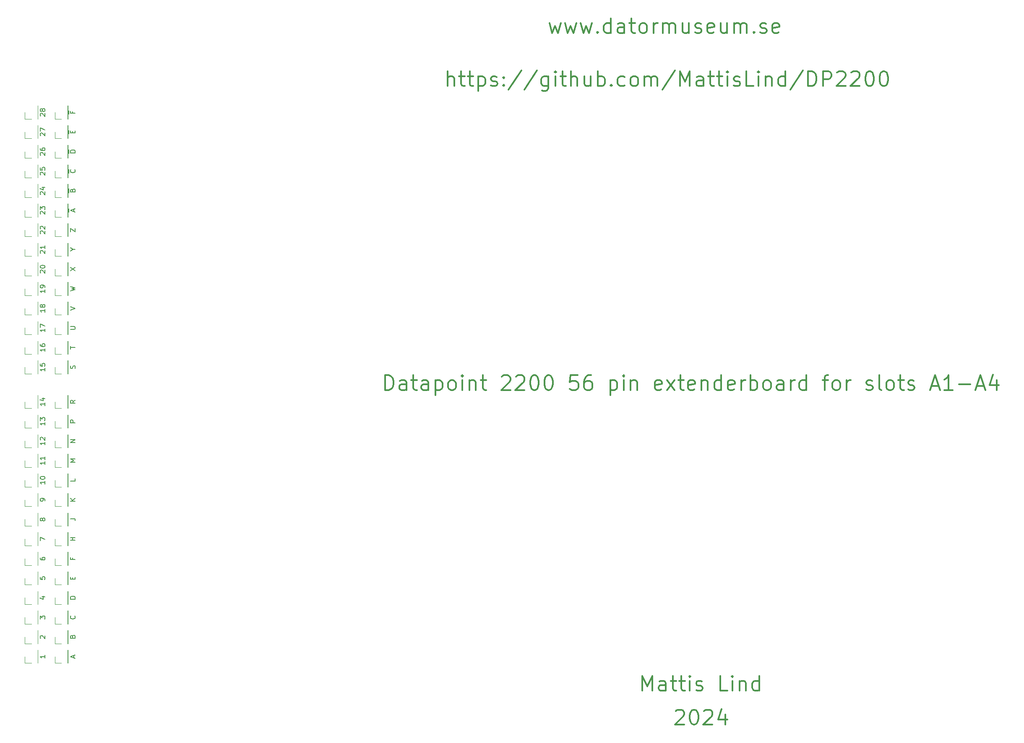
<source format=gbr>
%TF.GenerationSoftware,KiCad,Pcbnew,8.0.2*%
%TF.CreationDate,2024-05-20T20:21:16+02:00*%
%TF.ProjectId,ExtenderNarrow_56pin,45787465-6e64-4657-924e-6172726f775f,rev?*%
%TF.SameCoordinates,Original*%
%TF.FileFunction,Legend,Top*%
%TF.FilePolarity,Positive*%
%FSLAX46Y46*%
G04 Gerber Fmt 4.6, Leading zero omitted, Abs format (unit mm)*
G04 Created by KiCad (PCBNEW 8.0.2) date 2024-05-20 20:21:16*
%MOMM*%
%LPD*%
G01*
G04 APERTURE LIST*
%ADD10C,0.300000*%
%ADD11C,0.150000*%
%ADD12C,0.120000*%
G04 APERTURE END LIST*
D10*
X187498796Y-188682971D02*
X187641653Y-188540114D01*
X187641653Y-188540114D02*
X187927368Y-188397257D01*
X187927368Y-188397257D02*
X188641653Y-188397257D01*
X188641653Y-188397257D02*
X188927368Y-188540114D01*
X188927368Y-188540114D02*
X189070225Y-188682971D01*
X189070225Y-188682971D02*
X189213082Y-188968685D01*
X189213082Y-188968685D02*
X189213082Y-189254400D01*
X189213082Y-189254400D02*
X189070225Y-189682971D01*
X189070225Y-189682971D02*
X187355939Y-191397257D01*
X187355939Y-191397257D02*
X189213082Y-191397257D01*
X191070225Y-188397257D02*
X191355939Y-188397257D01*
X191355939Y-188397257D02*
X191641653Y-188540114D01*
X191641653Y-188540114D02*
X191784511Y-188682971D01*
X191784511Y-188682971D02*
X191927368Y-188968685D01*
X191927368Y-188968685D02*
X192070225Y-189540114D01*
X192070225Y-189540114D02*
X192070225Y-190254400D01*
X192070225Y-190254400D02*
X191927368Y-190825828D01*
X191927368Y-190825828D02*
X191784511Y-191111542D01*
X191784511Y-191111542D02*
X191641653Y-191254400D01*
X191641653Y-191254400D02*
X191355939Y-191397257D01*
X191355939Y-191397257D02*
X191070225Y-191397257D01*
X191070225Y-191397257D02*
X190784511Y-191254400D01*
X190784511Y-191254400D02*
X190641653Y-191111542D01*
X190641653Y-191111542D02*
X190498796Y-190825828D01*
X190498796Y-190825828D02*
X190355939Y-190254400D01*
X190355939Y-190254400D02*
X190355939Y-189540114D01*
X190355939Y-189540114D02*
X190498796Y-188968685D01*
X190498796Y-188968685D02*
X190641653Y-188682971D01*
X190641653Y-188682971D02*
X190784511Y-188540114D01*
X190784511Y-188540114D02*
X191070225Y-188397257D01*
X193213082Y-188682971D02*
X193355939Y-188540114D01*
X193355939Y-188540114D02*
X193641654Y-188397257D01*
X193641654Y-188397257D02*
X194355939Y-188397257D01*
X194355939Y-188397257D02*
X194641654Y-188540114D01*
X194641654Y-188540114D02*
X194784511Y-188682971D01*
X194784511Y-188682971D02*
X194927368Y-188968685D01*
X194927368Y-188968685D02*
X194927368Y-189254400D01*
X194927368Y-189254400D02*
X194784511Y-189682971D01*
X194784511Y-189682971D02*
X193070225Y-191397257D01*
X193070225Y-191397257D02*
X194927368Y-191397257D01*
X197498797Y-189397257D02*
X197498797Y-191397257D01*
X196784511Y-188254400D02*
X196070225Y-190397257D01*
X196070225Y-190397257D02*
X197927368Y-190397257D01*
X180791653Y-184557257D02*
X180791653Y-181557257D01*
X180791653Y-181557257D02*
X181791653Y-183700114D01*
X181791653Y-183700114D02*
X182791653Y-181557257D01*
X182791653Y-181557257D02*
X182791653Y-184557257D01*
X185505939Y-184557257D02*
X185505939Y-182985828D01*
X185505939Y-182985828D02*
X185363081Y-182700114D01*
X185363081Y-182700114D02*
X185077367Y-182557257D01*
X185077367Y-182557257D02*
X184505939Y-182557257D01*
X184505939Y-182557257D02*
X184220224Y-182700114D01*
X185505939Y-184414400D02*
X185220224Y-184557257D01*
X185220224Y-184557257D02*
X184505939Y-184557257D01*
X184505939Y-184557257D02*
X184220224Y-184414400D01*
X184220224Y-184414400D02*
X184077367Y-184128685D01*
X184077367Y-184128685D02*
X184077367Y-183842971D01*
X184077367Y-183842971D02*
X184220224Y-183557257D01*
X184220224Y-183557257D02*
X184505939Y-183414400D01*
X184505939Y-183414400D02*
X185220224Y-183414400D01*
X185220224Y-183414400D02*
X185505939Y-183271542D01*
X186505939Y-182557257D02*
X187648796Y-182557257D01*
X186934510Y-181557257D02*
X186934510Y-184128685D01*
X186934510Y-184128685D02*
X187077367Y-184414400D01*
X187077367Y-184414400D02*
X187363082Y-184557257D01*
X187363082Y-184557257D02*
X187648796Y-184557257D01*
X188220225Y-182557257D02*
X189363082Y-182557257D01*
X188648796Y-181557257D02*
X188648796Y-184128685D01*
X188648796Y-184128685D02*
X188791653Y-184414400D01*
X188791653Y-184414400D02*
X189077368Y-184557257D01*
X189077368Y-184557257D02*
X189363082Y-184557257D01*
X190363082Y-184557257D02*
X190363082Y-182557257D01*
X190363082Y-181557257D02*
X190220225Y-181700114D01*
X190220225Y-181700114D02*
X190363082Y-181842971D01*
X190363082Y-181842971D02*
X190505939Y-181700114D01*
X190505939Y-181700114D02*
X190363082Y-181557257D01*
X190363082Y-181557257D02*
X190363082Y-181842971D01*
X191648796Y-184414400D02*
X191934510Y-184557257D01*
X191934510Y-184557257D02*
X192505939Y-184557257D01*
X192505939Y-184557257D02*
X192791653Y-184414400D01*
X192791653Y-184414400D02*
X192934510Y-184128685D01*
X192934510Y-184128685D02*
X192934510Y-183985828D01*
X192934510Y-183985828D02*
X192791653Y-183700114D01*
X192791653Y-183700114D02*
X192505939Y-183557257D01*
X192505939Y-183557257D02*
X192077368Y-183557257D01*
X192077368Y-183557257D02*
X191791653Y-183414400D01*
X191791653Y-183414400D02*
X191648796Y-183128685D01*
X191648796Y-183128685D02*
X191648796Y-182985828D01*
X191648796Y-182985828D02*
X191791653Y-182700114D01*
X191791653Y-182700114D02*
X192077368Y-182557257D01*
X192077368Y-182557257D02*
X192505939Y-182557257D01*
X192505939Y-182557257D02*
X192791653Y-182700114D01*
X197934510Y-184557257D02*
X196505938Y-184557257D01*
X196505938Y-184557257D02*
X196505938Y-181557257D01*
X198934509Y-184557257D02*
X198934509Y-182557257D01*
X198934509Y-181557257D02*
X198791652Y-181700114D01*
X198791652Y-181700114D02*
X198934509Y-181842971D01*
X198934509Y-181842971D02*
X199077366Y-181700114D01*
X199077366Y-181700114D02*
X198934509Y-181557257D01*
X198934509Y-181557257D02*
X198934509Y-181842971D01*
X200363080Y-182557257D02*
X200363080Y-184557257D01*
X200363080Y-182842971D02*
X200505937Y-182700114D01*
X200505937Y-182700114D02*
X200791652Y-182557257D01*
X200791652Y-182557257D02*
X201220223Y-182557257D01*
X201220223Y-182557257D02*
X201505937Y-182700114D01*
X201505937Y-182700114D02*
X201648795Y-182985828D01*
X201648795Y-182985828D02*
X201648795Y-184557257D01*
X204363081Y-184557257D02*
X204363081Y-181557257D01*
X204363081Y-184414400D02*
X204077366Y-184557257D01*
X204077366Y-184557257D02*
X203505938Y-184557257D01*
X203505938Y-184557257D02*
X203220223Y-184414400D01*
X203220223Y-184414400D02*
X203077366Y-184271542D01*
X203077366Y-184271542D02*
X202934509Y-183985828D01*
X202934509Y-183985828D02*
X202934509Y-183128685D01*
X202934509Y-183128685D02*
X203077366Y-182842971D01*
X203077366Y-182842971D02*
X203220223Y-182700114D01*
X203220223Y-182700114D02*
X203505938Y-182557257D01*
X203505938Y-182557257D02*
X204077366Y-182557257D01*
X204077366Y-182557257D02*
X204363081Y-182700114D01*
X141501653Y-62407257D02*
X141501653Y-59407257D01*
X142787368Y-62407257D02*
X142787368Y-60835828D01*
X142787368Y-60835828D02*
X142644510Y-60550114D01*
X142644510Y-60550114D02*
X142358796Y-60407257D01*
X142358796Y-60407257D02*
X141930225Y-60407257D01*
X141930225Y-60407257D02*
X141644510Y-60550114D01*
X141644510Y-60550114D02*
X141501653Y-60692971D01*
X143787368Y-60407257D02*
X144930225Y-60407257D01*
X144215939Y-59407257D02*
X144215939Y-61978685D01*
X144215939Y-61978685D02*
X144358796Y-62264400D01*
X144358796Y-62264400D02*
X144644511Y-62407257D01*
X144644511Y-62407257D02*
X144930225Y-62407257D01*
X145501654Y-60407257D02*
X146644511Y-60407257D01*
X145930225Y-59407257D02*
X145930225Y-61978685D01*
X145930225Y-61978685D02*
X146073082Y-62264400D01*
X146073082Y-62264400D02*
X146358797Y-62407257D01*
X146358797Y-62407257D02*
X146644511Y-62407257D01*
X147644511Y-60407257D02*
X147644511Y-63407257D01*
X147644511Y-60550114D02*
X147930226Y-60407257D01*
X147930226Y-60407257D02*
X148501654Y-60407257D01*
X148501654Y-60407257D02*
X148787368Y-60550114D01*
X148787368Y-60550114D02*
X148930226Y-60692971D01*
X148930226Y-60692971D02*
X149073083Y-60978685D01*
X149073083Y-60978685D02*
X149073083Y-61835828D01*
X149073083Y-61835828D02*
X148930226Y-62121542D01*
X148930226Y-62121542D02*
X148787368Y-62264400D01*
X148787368Y-62264400D02*
X148501654Y-62407257D01*
X148501654Y-62407257D02*
X147930226Y-62407257D01*
X147930226Y-62407257D02*
X147644511Y-62264400D01*
X150215940Y-62264400D02*
X150501654Y-62407257D01*
X150501654Y-62407257D02*
X151073083Y-62407257D01*
X151073083Y-62407257D02*
X151358797Y-62264400D01*
X151358797Y-62264400D02*
X151501654Y-61978685D01*
X151501654Y-61978685D02*
X151501654Y-61835828D01*
X151501654Y-61835828D02*
X151358797Y-61550114D01*
X151358797Y-61550114D02*
X151073083Y-61407257D01*
X151073083Y-61407257D02*
X150644512Y-61407257D01*
X150644512Y-61407257D02*
X150358797Y-61264400D01*
X150358797Y-61264400D02*
X150215940Y-60978685D01*
X150215940Y-60978685D02*
X150215940Y-60835828D01*
X150215940Y-60835828D02*
X150358797Y-60550114D01*
X150358797Y-60550114D02*
X150644512Y-60407257D01*
X150644512Y-60407257D02*
X151073083Y-60407257D01*
X151073083Y-60407257D02*
X151358797Y-60550114D01*
X152787368Y-62121542D02*
X152930225Y-62264400D01*
X152930225Y-62264400D02*
X152787368Y-62407257D01*
X152787368Y-62407257D02*
X152644511Y-62264400D01*
X152644511Y-62264400D02*
X152787368Y-62121542D01*
X152787368Y-62121542D02*
X152787368Y-62407257D01*
X152787368Y-60550114D02*
X152930225Y-60692971D01*
X152930225Y-60692971D02*
X152787368Y-60835828D01*
X152787368Y-60835828D02*
X152644511Y-60692971D01*
X152644511Y-60692971D02*
X152787368Y-60550114D01*
X152787368Y-60550114D02*
X152787368Y-60835828D01*
X156358796Y-59264400D02*
X153787368Y-63121542D01*
X159501653Y-59264400D02*
X156930225Y-63121542D01*
X161787368Y-60407257D02*
X161787368Y-62835828D01*
X161787368Y-62835828D02*
X161644510Y-63121542D01*
X161644510Y-63121542D02*
X161501653Y-63264400D01*
X161501653Y-63264400D02*
X161215939Y-63407257D01*
X161215939Y-63407257D02*
X160787368Y-63407257D01*
X160787368Y-63407257D02*
X160501653Y-63264400D01*
X161787368Y-62264400D02*
X161501653Y-62407257D01*
X161501653Y-62407257D02*
X160930225Y-62407257D01*
X160930225Y-62407257D02*
X160644510Y-62264400D01*
X160644510Y-62264400D02*
X160501653Y-62121542D01*
X160501653Y-62121542D02*
X160358796Y-61835828D01*
X160358796Y-61835828D02*
X160358796Y-60978685D01*
X160358796Y-60978685D02*
X160501653Y-60692971D01*
X160501653Y-60692971D02*
X160644510Y-60550114D01*
X160644510Y-60550114D02*
X160930225Y-60407257D01*
X160930225Y-60407257D02*
X161501653Y-60407257D01*
X161501653Y-60407257D02*
X161787368Y-60550114D01*
X163215939Y-62407257D02*
X163215939Y-60407257D01*
X163215939Y-59407257D02*
X163073082Y-59550114D01*
X163073082Y-59550114D02*
X163215939Y-59692971D01*
X163215939Y-59692971D02*
X163358796Y-59550114D01*
X163358796Y-59550114D02*
X163215939Y-59407257D01*
X163215939Y-59407257D02*
X163215939Y-59692971D01*
X164215939Y-60407257D02*
X165358796Y-60407257D01*
X164644510Y-59407257D02*
X164644510Y-61978685D01*
X164644510Y-61978685D02*
X164787367Y-62264400D01*
X164787367Y-62264400D02*
X165073082Y-62407257D01*
X165073082Y-62407257D02*
X165358796Y-62407257D01*
X166358796Y-62407257D02*
X166358796Y-59407257D01*
X167644511Y-62407257D02*
X167644511Y-60835828D01*
X167644511Y-60835828D02*
X167501653Y-60550114D01*
X167501653Y-60550114D02*
X167215939Y-60407257D01*
X167215939Y-60407257D02*
X166787368Y-60407257D01*
X166787368Y-60407257D02*
X166501653Y-60550114D01*
X166501653Y-60550114D02*
X166358796Y-60692971D01*
X170358797Y-60407257D02*
X170358797Y-62407257D01*
X169073082Y-60407257D02*
X169073082Y-61978685D01*
X169073082Y-61978685D02*
X169215939Y-62264400D01*
X169215939Y-62264400D02*
X169501654Y-62407257D01*
X169501654Y-62407257D02*
X169930225Y-62407257D01*
X169930225Y-62407257D02*
X170215939Y-62264400D01*
X170215939Y-62264400D02*
X170358797Y-62121542D01*
X171787368Y-62407257D02*
X171787368Y-59407257D01*
X171787368Y-60550114D02*
X172073083Y-60407257D01*
X172073083Y-60407257D02*
X172644511Y-60407257D01*
X172644511Y-60407257D02*
X172930225Y-60550114D01*
X172930225Y-60550114D02*
X173073083Y-60692971D01*
X173073083Y-60692971D02*
X173215940Y-60978685D01*
X173215940Y-60978685D02*
X173215940Y-61835828D01*
X173215940Y-61835828D02*
X173073083Y-62121542D01*
X173073083Y-62121542D02*
X172930225Y-62264400D01*
X172930225Y-62264400D02*
X172644511Y-62407257D01*
X172644511Y-62407257D02*
X172073083Y-62407257D01*
X172073083Y-62407257D02*
X171787368Y-62264400D01*
X174501654Y-62121542D02*
X174644511Y-62264400D01*
X174644511Y-62264400D02*
X174501654Y-62407257D01*
X174501654Y-62407257D02*
X174358797Y-62264400D01*
X174358797Y-62264400D02*
X174501654Y-62121542D01*
X174501654Y-62121542D02*
X174501654Y-62407257D01*
X177215940Y-62264400D02*
X176930225Y-62407257D01*
X176930225Y-62407257D02*
X176358797Y-62407257D01*
X176358797Y-62407257D02*
X176073082Y-62264400D01*
X176073082Y-62264400D02*
X175930225Y-62121542D01*
X175930225Y-62121542D02*
X175787368Y-61835828D01*
X175787368Y-61835828D02*
X175787368Y-60978685D01*
X175787368Y-60978685D02*
X175930225Y-60692971D01*
X175930225Y-60692971D02*
X176073082Y-60550114D01*
X176073082Y-60550114D02*
X176358797Y-60407257D01*
X176358797Y-60407257D02*
X176930225Y-60407257D01*
X176930225Y-60407257D02*
X177215940Y-60550114D01*
X178930226Y-62407257D02*
X178644511Y-62264400D01*
X178644511Y-62264400D02*
X178501654Y-62121542D01*
X178501654Y-62121542D02*
X178358797Y-61835828D01*
X178358797Y-61835828D02*
X178358797Y-60978685D01*
X178358797Y-60978685D02*
X178501654Y-60692971D01*
X178501654Y-60692971D02*
X178644511Y-60550114D01*
X178644511Y-60550114D02*
X178930226Y-60407257D01*
X178930226Y-60407257D02*
X179358797Y-60407257D01*
X179358797Y-60407257D02*
X179644511Y-60550114D01*
X179644511Y-60550114D02*
X179787369Y-60692971D01*
X179787369Y-60692971D02*
X179930226Y-60978685D01*
X179930226Y-60978685D02*
X179930226Y-61835828D01*
X179930226Y-61835828D02*
X179787369Y-62121542D01*
X179787369Y-62121542D02*
X179644511Y-62264400D01*
X179644511Y-62264400D02*
X179358797Y-62407257D01*
X179358797Y-62407257D02*
X178930226Y-62407257D01*
X181215940Y-62407257D02*
X181215940Y-60407257D01*
X181215940Y-60692971D02*
X181358797Y-60550114D01*
X181358797Y-60550114D02*
X181644512Y-60407257D01*
X181644512Y-60407257D02*
X182073083Y-60407257D01*
X182073083Y-60407257D02*
X182358797Y-60550114D01*
X182358797Y-60550114D02*
X182501655Y-60835828D01*
X182501655Y-60835828D02*
X182501655Y-62407257D01*
X182501655Y-60835828D02*
X182644512Y-60550114D01*
X182644512Y-60550114D02*
X182930226Y-60407257D01*
X182930226Y-60407257D02*
X183358797Y-60407257D01*
X183358797Y-60407257D02*
X183644512Y-60550114D01*
X183644512Y-60550114D02*
X183787369Y-60835828D01*
X183787369Y-60835828D02*
X183787369Y-62407257D01*
X187358797Y-59264400D02*
X184787369Y-63121542D01*
X188358797Y-62407257D02*
X188358797Y-59407257D01*
X188358797Y-59407257D02*
X189358797Y-61550114D01*
X189358797Y-61550114D02*
X190358797Y-59407257D01*
X190358797Y-59407257D02*
X190358797Y-62407257D01*
X193073083Y-62407257D02*
X193073083Y-60835828D01*
X193073083Y-60835828D02*
X192930225Y-60550114D01*
X192930225Y-60550114D02*
X192644511Y-60407257D01*
X192644511Y-60407257D02*
X192073083Y-60407257D01*
X192073083Y-60407257D02*
X191787368Y-60550114D01*
X193073083Y-62264400D02*
X192787368Y-62407257D01*
X192787368Y-62407257D02*
X192073083Y-62407257D01*
X192073083Y-62407257D02*
X191787368Y-62264400D01*
X191787368Y-62264400D02*
X191644511Y-61978685D01*
X191644511Y-61978685D02*
X191644511Y-61692971D01*
X191644511Y-61692971D02*
X191787368Y-61407257D01*
X191787368Y-61407257D02*
X192073083Y-61264400D01*
X192073083Y-61264400D02*
X192787368Y-61264400D01*
X192787368Y-61264400D02*
X193073083Y-61121542D01*
X194073083Y-60407257D02*
X195215940Y-60407257D01*
X194501654Y-59407257D02*
X194501654Y-61978685D01*
X194501654Y-61978685D02*
X194644511Y-62264400D01*
X194644511Y-62264400D02*
X194930226Y-62407257D01*
X194930226Y-62407257D02*
X195215940Y-62407257D01*
X195787369Y-60407257D02*
X196930226Y-60407257D01*
X196215940Y-59407257D02*
X196215940Y-61978685D01*
X196215940Y-61978685D02*
X196358797Y-62264400D01*
X196358797Y-62264400D02*
X196644512Y-62407257D01*
X196644512Y-62407257D02*
X196930226Y-62407257D01*
X197930226Y-62407257D02*
X197930226Y-60407257D01*
X197930226Y-59407257D02*
X197787369Y-59550114D01*
X197787369Y-59550114D02*
X197930226Y-59692971D01*
X197930226Y-59692971D02*
X198073083Y-59550114D01*
X198073083Y-59550114D02*
X197930226Y-59407257D01*
X197930226Y-59407257D02*
X197930226Y-59692971D01*
X199215940Y-62264400D02*
X199501654Y-62407257D01*
X199501654Y-62407257D02*
X200073083Y-62407257D01*
X200073083Y-62407257D02*
X200358797Y-62264400D01*
X200358797Y-62264400D02*
X200501654Y-61978685D01*
X200501654Y-61978685D02*
X200501654Y-61835828D01*
X200501654Y-61835828D02*
X200358797Y-61550114D01*
X200358797Y-61550114D02*
X200073083Y-61407257D01*
X200073083Y-61407257D02*
X199644512Y-61407257D01*
X199644512Y-61407257D02*
X199358797Y-61264400D01*
X199358797Y-61264400D02*
X199215940Y-60978685D01*
X199215940Y-60978685D02*
X199215940Y-60835828D01*
X199215940Y-60835828D02*
X199358797Y-60550114D01*
X199358797Y-60550114D02*
X199644512Y-60407257D01*
X199644512Y-60407257D02*
X200073083Y-60407257D01*
X200073083Y-60407257D02*
X200358797Y-60550114D01*
X203215940Y-62407257D02*
X201787368Y-62407257D01*
X201787368Y-62407257D02*
X201787368Y-59407257D01*
X204215939Y-62407257D02*
X204215939Y-60407257D01*
X204215939Y-59407257D02*
X204073082Y-59550114D01*
X204073082Y-59550114D02*
X204215939Y-59692971D01*
X204215939Y-59692971D02*
X204358796Y-59550114D01*
X204358796Y-59550114D02*
X204215939Y-59407257D01*
X204215939Y-59407257D02*
X204215939Y-59692971D01*
X205644510Y-60407257D02*
X205644510Y-62407257D01*
X205644510Y-60692971D02*
X205787367Y-60550114D01*
X205787367Y-60550114D02*
X206073082Y-60407257D01*
X206073082Y-60407257D02*
X206501653Y-60407257D01*
X206501653Y-60407257D02*
X206787367Y-60550114D01*
X206787367Y-60550114D02*
X206930225Y-60835828D01*
X206930225Y-60835828D02*
X206930225Y-62407257D01*
X209644511Y-62407257D02*
X209644511Y-59407257D01*
X209644511Y-62264400D02*
X209358796Y-62407257D01*
X209358796Y-62407257D02*
X208787368Y-62407257D01*
X208787368Y-62407257D02*
X208501653Y-62264400D01*
X208501653Y-62264400D02*
X208358796Y-62121542D01*
X208358796Y-62121542D02*
X208215939Y-61835828D01*
X208215939Y-61835828D02*
X208215939Y-60978685D01*
X208215939Y-60978685D02*
X208358796Y-60692971D01*
X208358796Y-60692971D02*
X208501653Y-60550114D01*
X208501653Y-60550114D02*
X208787368Y-60407257D01*
X208787368Y-60407257D02*
X209358796Y-60407257D01*
X209358796Y-60407257D02*
X209644511Y-60550114D01*
X213215939Y-59264400D02*
X210644511Y-63121542D01*
X214215939Y-62407257D02*
X214215939Y-59407257D01*
X214215939Y-59407257D02*
X214930225Y-59407257D01*
X214930225Y-59407257D02*
X215358796Y-59550114D01*
X215358796Y-59550114D02*
X215644511Y-59835828D01*
X215644511Y-59835828D02*
X215787368Y-60121542D01*
X215787368Y-60121542D02*
X215930225Y-60692971D01*
X215930225Y-60692971D02*
X215930225Y-61121542D01*
X215930225Y-61121542D02*
X215787368Y-61692971D01*
X215787368Y-61692971D02*
X215644511Y-61978685D01*
X215644511Y-61978685D02*
X215358796Y-62264400D01*
X215358796Y-62264400D02*
X214930225Y-62407257D01*
X214930225Y-62407257D02*
X214215939Y-62407257D01*
X217215939Y-62407257D02*
X217215939Y-59407257D01*
X217215939Y-59407257D02*
X218358796Y-59407257D01*
X218358796Y-59407257D02*
X218644511Y-59550114D01*
X218644511Y-59550114D02*
X218787368Y-59692971D01*
X218787368Y-59692971D02*
X218930225Y-59978685D01*
X218930225Y-59978685D02*
X218930225Y-60407257D01*
X218930225Y-60407257D02*
X218787368Y-60692971D01*
X218787368Y-60692971D02*
X218644511Y-60835828D01*
X218644511Y-60835828D02*
X218358796Y-60978685D01*
X218358796Y-60978685D02*
X217215939Y-60978685D01*
X220073082Y-59692971D02*
X220215939Y-59550114D01*
X220215939Y-59550114D02*
X220501654Y-59407257D01*
X220501654Y-59407257D02*
X221215939Y-59407257D01*
X221215939Y-59407257D02*
X221501654Y-59550114D01*
X221501654Y-59550114D02*
X221644511Y-59692971D01*
X221644511Y-59692971D02*
X221787368Y-59978685D01*
X221787368Y-59978685D02*
X221787368Y-60264400D01*
X221787368Y-60264400D02*
X221644511Y-60692971D01*
X221644511Y-60692971D02*
X219930225Y-62407257D01*
X219930225Y-62407257D02*
X221787368Y-62407257D01*
X222930225Y-59692971D02*
X223073082Y-59550114D01*
X223073082Y-59550114D02*
X223358797Y-59407257D01*
X223358797Y-59407257D02*
X224073082Y-59407257D01*
X224073082Y-59407257D02*
X224358797Y-59550114D01*
X224358797Y-59550114D02*
X224501654Y-59692971D01*
X224501654Y-59692971D02*
X224644511Y-59978685D01*
X224644511Y-59978685D02*
X224644511Y-60264400D01*
X224644511Y-60264400D02*
X224501654Y-60692971D01*
X224501654Y-60692971D02*
X222787368Y-62407257D01*
X222787368Y-62407257D02*
X224644511Y-62407257D01*
X226501654Y-59407257D02*
X226787368Y-59407257D01*
X226787368Y-59407257D02*
X227073082Y-59550114D01*
X227073082Y-59550114D02*
X227215940Y-59692971D01*
X227215940Y-59692971D02*
X227358797Y-59978685D01*
X227358797Y-59978685D02*
X227501654Y-60550114D01*
X227501654Y-60550114D02*
X227501654Y-61264400D01*
X227501654Y-61264400D02*
X227358797Y-61835828D01*
X227358797Y-61835828D02*
X227215940Y-62121542D01*
X227215940Y-62121542D02*
X227073082Y-62264400D01*
X227073082Y-62264400D02*
X226787368Y-62407257D01*
X226787368Y-62407257D02*
X226501654Y-62407257D01*
X226501654Y-62407257D02*
X226215940Y-62264400D01*
X226215940Y-62264400D02*
X226073082Y-62121542D01*
X226073082Y-62121542D02*
X225930225Y-61835828D01*
X225930225Y-61835828D02*
X225787368Y-61264400D01*
X225787368Y-61264400D02*
X225787368Y-60550114D01*
X225787368Y-60550114D02*
X225930225Y-59978685D01*
X225930225Y-59978685D02*
X226073082Y-59692971D01*
X226073082Y-59692971D02*
X226215940Y-59550114D01*
X226215940Y-59550114D02*
X226501654Y-59407257D01*
X229358797Y-59407257D02*
X229644511Y-59407257D01*
X229644511Y-59407257D02*
X229930225Y-59550114D01*
X229930225Y-59550114D02*
X230073083Y-59692971D01*
X230073083Y-59692971D02*
X230215940Y-59978685D01*
X230215940Y-59978685D02*
X230358797Y-60550114D01*
X230358797Y-60550114D02*
X230358797Y-61264400D01*
X230358797Y-61264400D02*
X230215940Y-61835828D01*
X230215940Y-61835828D02*
X230073083Y-62121542D01*
X230073083Y-62121542D02*
X229930225Y-62264400D01*
X229930225Y-62264400D02*
X229644511Y-62407257D01*
X229644511Y-62407257D02*
X229358797Y-62407257D01*
X229358797Y-62407257D02*
X229073083Y-62264400D01*
X229073083Y-62264400D02*
X228930225Y-62121542D01*
X228930225Y-62121542D02*
X228787368Y-61835828D01*
X228787368Y-61835828D02*
X228644511Y-61264400D01*
X228644511Y-61264400D02*
X228644511Y-60550114D01*
X228644511Y-60550114D02*
X228787368Y-59978685D01*
X228787368Y-59978685D02*
X228930225Y-59692971D01*
X228930225Y-59692971D02*
X229073083Y-59550114D01*
X229073083Y-59550114D02*
X229358797Y-59407257D01*
X162005939Y-49697257D02*
X162577368Y-51697257D01*
X162577368Y-51697257D02*
X163148796Y-50268685D01*
X163148796Y-50268685D02*
X163720225Y-51697257D01*
X163720225Y-51697257D02*
X164291653Y-49697257D01*
X165148796Y-49697257D02*
X165720225Y-51697257D01*
X165720225Y-51697257D02*
X166291653Y-50268685D01*
X166291653Y-50268685D02*
X166863082Y-51697257D01*
X166863082Y-51697257D02*
X167434510Y-49697257D01*
X168291653Y-49697257D02*
X168863082Y-51697257D01*
X168863082Y-51697257D02*
X169434510Y-50268685D01*
X169434510Y-50268685D02*
X170005939Y-51697257D01*
X170005939Y-51697257D02*
X170577367Y-49697257D01*
X171720224Y-51411542D02*
X171863081Y-51554400D01*
X171863081Y-51554400D02*
X171720224Y-51697257D01*
X171720224Y-51697257D02*
X171577367Y-51554400D01*
X171577367Y-51554400D02*
X171720224Y-51411542D01*
X171720224Y-51411542D02*
X171720224Y-51697257D01*
X174434510Y-51697257D02*
X174434510Y-48697257D01*
X174434510Y-51554400D02*
X174148795Y-51697257D01*
X174148795Y-51697257D02*
X173577367Y-51697257D01*
X173577367Y-51697257D02*
X173291652Y-51554400D01*
X173291652Y-51554400D02*
X173148795Y-51411542D01*
X173148795Y-51411542D02*
X173005938Y-51125828D01*
X173005938Y-51125828D02*
X173005938Y-50268685D01*
X173005938Y-50268685D02*
X173148795Y-49982971D01*
X173148795Y-49982971D02*
X173291652Y-49840114D01*
X173291652Y-49840114D02*
X173577367Y-49697257D01*
X173577367Y-49697257D02*
X174148795Y-49697257D01*
X174148795Y-49697257D02*
X174434510Y-49840114D01*
X177148796Y-51697257D02*
X177148796Y-50125828D01*
X177148796Y-50125828D02*
X177005938Y-49840114D01*
X177005938Y-49840114D02*
X176720224Y-49697257D01*
X176720224Y-49697257D02*
X176148796Y-49697257D01*
X176148796Y-49697257D02*
X175863081Y-49840114D01*
X177148796Y-51554400D02*
X176863081Y-51697257D01*
X176863081Y-51697257D02*
X176148796Y-51697257D01*
X176148796Y-51697257D02*
X175863081Y-51554400D01*
X175863081Y-51554400D02*
X175720224Y-51268685D01*
X175720224Y-51268685D02*
X175720224Y-50982971D01*
X175720224Y-50982971D02*
X175863081Y-50697257D01*
X175863081Y-50697257D02*
X176148796Y-50554400D01*
X176148796Y-50554400D02*
X176863081Y-50554400D01*
X176863081Y-50554400D02*
X177148796Y-50411542D01*
X178148796Y-49697257D02*
X179291653Y-49697257D01*
X178577367Y-48697257D02*
X178577367Y-51268685D01*
X178577367Y-51268685D02*
X178720224Y-51554400D01*
X178720224Y-51554400D02*
X179005939Y-51697257D01*
X179005939Y-51697257D02*
X179291653Y-51697257D01*
X180720225Y-51697257D02*
X180434510Y-51554400D01*
X180434510Y-51554400D02*
X180291653Y-51411542D01*
X180291653Y-51411542D02*
X180148796Y-51125828D01*
X180148796Y-51125828D02*
X180148796Y-50268685D01*
X180148796Y-50268685D02*
X180291653Y-49982971D01*
X180291653Y-49982971D02*
X180434510Y-49840114D01*
X180434510Y-49840114D02*
X180720225Y-49697257D01*
X180720225Y-49697257D02*
X181148796Y-49697257D01*
X181148796Y-49697257D02*
X181434510Y-49840114D01*
X181434510Y-49840114D02*
X181577368Y-49982971D01*
X181577368Y-49982971D02*
X181720225Y-50268685D01*
X181720225Y-50268685D02*
X181720225Y-51125828D01*
X181720225Y-51125828D02*
X181577368Y-51411542D01*
X181577368Y-51411542D02*
X181434510Y-51554400D01*
X181434510Y-51554400D02*
X181148796Y-51697257D01*
X181148796Y-51697257D02*
X180720225Y-51697257D01*
X183005939Y-51697257D02*
X183005939Y-49697257D01*
X183005939Y-50268685D02*
X183148796Y-49982971D01*
X183148796Y-49982971D02*
X183291654Y-49840114D01*
X183291654Y-49840114D02*
X183577368Y-49697257D01*
X183577368Y-49697257D02*
X183863082Y-49697257D01*
X184863082Y-51697257D02*
X184863082Y-49697257D01*
X184863082Y-49982971D02*
X185005939Y-49840114D01*
X185005939Y-49840114D02*
X185291654Y-49697257D01*
X185291654Y-49697257D02*
X185720225Y-49697257D01*
X185720225Y-49697257D02*
X186005939Y-49840114D01*
X186005939Y-49840114D02*
X186148797Y-50125828D01*
X186148797Y-50125828D02*
X186148797Y-51697257D01*
X186148797Y-50125828D02*
X186291654Y-49840114D01*
X186291654Y-49840114D02*
X186577368Y-49697257D01*
X186577368Y-49697257D02*
X187005939Y-49697257D01*
X187005939Y-49697257D02*
X187291654Y-49840114D01*
X187291654Y-49840114D02*
X187434511Y-50125828D01*
X187434511Y-50125828D02*
X187434511Y-51697257D01*
X190148797Y-49697257D02*
X190148797Y-51697257D01*
X188863082Y-49697257D02*
X188863082Y-51268685D01*
X188863082Y-51268685D02*
X189005939Y-51554400D01*
X189005939Y-51554400D02*
X189291654Y-51697257D01*
X189291654Y-51697257D02*
X189720225Y-51697257D01*
X189720225Y-51697257D02*
X190005939Y-51554400D01*
X190005939Y-51554400D02*
X190148797Y-51411542D01*
X191434511Y-51554400D02*
X191720225Y-51697257D01*
X191720225Y-51697257D02*
X192291654Y-51697257D01*
X192291654Y-51697257D02*
X192577368Y-51554400D01*
X192577368Y-51554400D02*
X192720225Y-51268685D01*
X192720225Y-51268685D02*
X192720225Y-51125828D01*
X192720225Y-51125828D02*
X192577368Y-50840114D01*
X192577368Y-50840114D02*
X192291654Y-50697257D01*
X192291654Y-50697257D02*
X191863083Y-50697257D01*
X191863083Y-50697257D02*
X191577368Y-50554400D01*
X191577368Y-50554400D02*
X191434511Y-50268685D01*
X191434511Y-50268685D02*
X191434511Y-50125828D01*
X191434511Y-50125828D02*
X191577368Y-49840114D01*
X191577368Y-49840114D02*
X191863083Y-49697257D01*
X191863083Y-49697257D02*
X192291654Y-49697257D01*
X192291654Y-49697257D02*
X192577368Y-49840114D01*
X195148796Y-51554400D02*
X194863082Y-51697257D01*
X194863082Y-51697257D02*
X194291654Y-51697257D01*
X194291654Y-51697257D02*
X194005939Y-51554400D01*
X194005939Y-51554400D02*
X193863082Y-51268685D01*
X193863082Y-51268685D02*
X193863082Y-50125828D01*
X193863082Y-50125828D02*
X194005939Y-49840114D01*
X194005939Y-49840114D02*
X194291654Y-49697257D01*
X194291654Y-49697257D02*
X194863082Y-49697257D01*
X194863082Y-49697257D02*
X195148796Y-49840114D01*
X195148796Y-49840114D02*
X195291654Y-50125828D01*
X195291654Y-50125828D02*
X195291654Y-50411542D01*
X195291654Y-50411542D02*
X193863082Y-50697257D01*
X197863083Y-49697257D02*
X197863083Y-51697257D01*
X196577368Y-49697257D02*
X196577368Y-51268685D01*
X196577368Y-51268685D02*
X196720225Y-51554400D01*
X196720225Y-51554400D02*
X197005940Y-51697257D01*
X197005940Y-51697257D02*
X197434511Y-51697257D01*
X197434511Y-51697257D02*
X197720225Y-51554400D01*
X197720225Y-51554400D02*
X197863083Y-51411542D01*
X199291654Y-51697257D02*
X199291654Y-49697257D01*
X199291654Y-49982971D02*
X199434511Y-49840114D01*
X199434511Y-49840114D02*
X199720226Y-49697257D01*
X199720226Y-49697257D02*
X200148797Y-49697257D01*
X200148797Y-49697257D02*
X200434511Y-49840114D01*
X200434511Y-49840114D02*
X200577369Y-50125828D01*
X200577369Y-50125828D02*
X200577369Y-51697257D01*
X200577369Y-50125828D02*
X200720226Y-49840114D01*
X200720226Y-49840114D02*
X201005940Y-49697257D01*
X201005940Y-49697257D02*
X201434511Y-49697257D01*
X201434511Y-49697257D02*
X201720226Y-49840114D01*
X201720226Y-49840114D02*
X201863083Y-50125828D01*
X201863083Y-50125828D02*
X201863083Y-51697257D01*
X203291654Y-51411542D02*
X203434511Y-51554400D01*
X203434511Y-51554400D02*
X203291654Y-51697257D01*
X203291654Y-51697257D02*
X203148797Y-51554400D01*
X203148797Y-51554400D02*
X203291654Y-51411542D01*
X203291654Y-51411542D02*
X203291654Y-51697257D01*
X204577368Y-51554400D02*
X204863082Y-51697257D01*
X204863082Y-51697257D02*
X205434511Y-51697257D01*
X205434511Y-51697257D02*
X205720225Y-51554400D01*
X205720225Y-51554400D02*
X205863082Y-51268685D01*
X205863082Y-51268685D02*
X205863082Y-51125828D01*
X205863082Y-51125828D02*
X205720225Y-50840114D01*
X205720225Y-50840114D02*
X205434511Y-50697257D01*
X205434511Y-50697257D02*
X205005940Y-50697257D01*
X205005940Y-50697257D02*
X204720225Y-50554400D01*
X204720225Y-50554400D02*
X204577368Y-50268685D01*
X204577368Y-50268685D02*
X204577368Y-50125828D01*
X204577368Y-50125828D02*
X204720225Y-49840114D01*
X204720225Y-49840114D02*
X205005940Y-49697257D01*
X205005940Y-49697257D02*
X205434511Y-49697257D01*
X205434511Y-49697257D02*
X205720225Y-49840114D01*
X208291653Y-51554400D02*
X208005939Y-51697257D01*
X208005939Y-51697257D02*
X207434511Y-51697257D01*
X207434511Y-51697257D02*
X207148796Y-51554400D01*
X207148796Y-51554400D02*
X207005939Y-51268685D01*
X207005939Y-51268685D02*
X207005939Y-50125828D01*
X207005939Y-50125828D02*
X207148796Y-49840114D01*
X207148796Y-49840114D02*
X207434511Y-49697257D01*
X207434511Y-49697257D02*
X208005939Y-49697257D01*
X208005939Y-49697257D02*
X208291653Y-49840114D01*
X208291653Y-49840114D02*
X208434511Y-50125828D01*
X208434511Y-50125828D02*
X208434511Y-50411542D01*
X208434511Y-50411542D02*
X207005939Y-50697257D01*
X128851653Y-123827257D02*
X128851653Y-120827257D01*
X128851653Y-120827257D02*
X129565939Y-120827257D01*
X129565939Y-120827257D02*
X129994510Y-120970114D01*
X129994510Y-120970114D02*
X130280225Y-121255828D01*
X130280225Y-121255828D02*
X130423082Y-121541542D01*
X130423082Y-121541542D02*
X130565939Y-122112971D01*
X130565939Y-122112971D02*
X130565939Y-122541542D01*
X130565939Y-122541542D02*
X130423082Y-123112971D01*
X130423082Y-123112971D02*
X130280225Y-123398685D01*
X130280225Y-123398685D02*
X129994510Y-123684400D01*
X129994510Y-123684400D02*
X129565939Y-123827257D01*
X129565939Y-123827257D02*
X128851653Y-123827257D01*
X133137368Y-123827257D02*
X133137368Y-122255828D01*
X133137368Y-122255828D02*
X132994510Y-121970114D01*
X132994510Y-121970114D02*
X132708796Y-121827257D01*
X132708796Y-121827257D02*
X132137368Y-121827257D01*
X132137368Y-121827257D02*
X131851653Y-121970114D01*
X133137368Y-123684400D02*
X132851653Y-123827257D01*
X132851653Y-123827257D02*
X132137368Y-123827257D01*
X132137368Y-123827257D02*
X131851653Y-123684400D01*
X131851653Y-123684400D02*
X131708796Y-123398685D01*
X131708796Y-123398685D02*
X131708796Y-123112971D01*
X131708796Y-123112971D02*
X131851653Y-122827257D01*
X131851653Y-122827257D02*
X132137368Y-122684400D01*
X132137368Y-122684400D02*
X132851653Y-122684400D01*
X132851653Y-122684400D02*
X133137368Y-122541542D01*
X134137368Y-121827257D02*
X135280225Y-121827257D01*
X134565939Y-120827257D02*
X134565939Y-123398685D01*
X134565939Y-123398685D02*
X134708796Y-123684400D01*
X134708796Y-123684400D02*
X134994511Y-123827257D01*
X134994511Y-123827257D02*
X135280225Y-123827257D01*
X137565940Y-123827257D02*
X137565940Y-122255828D01*
X137565940Y-122255828D02*
X137423082Y-121970114D01*
X137423082Y-121970114D02*
X137137368Y-121827257D01*
X137137368Y-121827257D02*
X136565940Y-121827257D01*
X136565940Y-121827257D02*
X136280225Y-121970114D01*
X137565940Y-123684400D02*
X137280225Y-123827257D01*
X137280225Y-123827257D02*
X136565940Y-123827257D01*
X136565940Y-123827257D02*
X136280225Y-123684400D01*
X136280225Y-123684400D02*
X136137368Y-123398685D01*
X136137368Y-123398685D02*
X136137368Y-123112971D01*
X136137368Y-123112971D02*
X136280225Y-122827257D01*
X136280225Y-122827257D02*
X136565940Y-122684400D01*
X136565940Y-122684400D02*
X137280225Y-122684400D01*
X137280225Y-122684400D02*
X137565940Y-122541542D01*
X138994511Y-121827257D02*
X138994511Y-124827257D01*
X138994511Y-121970114D02*
X139280226Y-121827257D01*
X139280226Y-121827257D02*
X139851654Y-121827257D01*
X139851654Y-121827257D02*
X140137368Y-121970114D01*
X140137368Y-121970114D02*
X140280226Y-122112971D01*
X140280226Y-122112971D02*
X140423083Y-122398685D01*
X140423083Y-122398685D02*
X140423083Y-123255828D01*
X140423083Y-123255828D02*
X140280226Y-123541542D01*
X140280226Y-123541542D02*
X140137368Y-123684400D01*
X140137368Y-123684400D02*
X139851654Y-123827257D01*
X139851654Y-123827257D02*
X139280226Y-123827257D01*
X139280226Y-123827257D02*
X138994511Y-123684400D01*
X142137369Y-123827257D02*
X141851654Y-123684400D01*
X141851654Y-123684400D02*
X141708797Y-123541542D01*
X141708797Y-123541542D02*
X141565940Y-123255828D01*
X141565940Y-123255828D02*
X141565940Y-122398685D01*
X141565940Y-122398685D02*
X141708797Y-122112971D01*
X141708797Y-122112971D02*
X141851654Y-121970114D01*
X141851654Y-121970114D02*
X142137369Y-121827257D01*
X142137369Y-121827257D02*
X142565940Y-121827257D01*
X142565940Y-121827257D02*
X142851654Y-121970114D01*
X142851654Y-121970114D02*
X142994512Y-122112971D01*
X142994512Y-122112971D02*
X143137369Y-122398685D01*
X143137369Y-122398685D02*
X143137369Y-123255828D01*
X143137369Y-123255828D02*
X142994512Y-123541542D01*
X142994512Y-123541542D02*
X142851654Y-123684400D01*
X142851654Y-123684400D02*
X142565940Y-123827257D01*
X142565940Y-123827257D02*
X142137369Y-123827257D01*
X144423083Y-123827257D02*
X144423083Y-121827257D01*
X144423083Y-120827257D02*
X144280226Y-120970114D01*
X144280226Y-120970114D02*
X144423083Y-121112971D01*
X144423083Y-121112971D02*
X144565940Y-120970114D01*
X144565940Y-120970114D02*
X144423083Y-120827257D01*
X144423083Y-120827257D02*
X144423083Y-121112971D01*
X145851654Y-121827257D02*
X145851654Y-123827257D01*
X145851654Y-122112971D02*
X145994511Y-121970114D01*
X145994511Y-121970114D02*
X146280226Y-121827257D01*
X146280226Y-121827257D02*
X146708797Y-121827257D01*
X146708797Y-121827257D02*
X146994511Y-121970114D01*
X146994511Y-121970114D02*
X147137369Y-122255828D01*
X147137369Y-122255828D02*
X147137369Y-123827257D01*
X148137369Y-121827257D02*
X149280226Y-121827257D01*
X148565940Y-120827257D02*
X148565940Y-123398685D01*
X148565940Y-123398685D02*
X148708797Y-123684400D01*
X148708797Y-123684400D02*
X148994512Y-123827257D01*
X148994512Y-123827257D02*
X149280226Y-123827257D01*
X152423083Y-121112971D02*
X152565940Y-120970114D01*
X152565940Y-120970114D02*
X152851655Y-120827257D01*
X152851655Y-120827257D02*
X153565940Y-120827257D01*
X153565940Y-120827257D02*
X153851655Y-120970114D01*
X153851655Y-120970114D02*
X153994512Y-121112971D01*
X153994512Y-121112971D02*
X154137369Y-121398685D01*
X154137369Y-121398685D02*
X154137369Y-121684400D01*
X154137369Y-121684400D02*
X153994512Y-122112971D01*
X153994512Y-122112971D02*
X152280226Y-123827257D01*
X152280226Y-123827257D02*
X154137369Y-123827257D01*
X155280226Y-121112971D02*
X155423083Y-120970114D01*
X155423083Y-120970114D02*
X155708798Y-120827257D01*
X155708798Y-120827257D02*
X156423083Y-120827257D01*
X156423083Y-120827257D02*
X156708798Y-120970114D01*
X156708798Y-120970114D02*
X156851655Y-121112971D01*
X156851655Y-121112971D02*
X156994512Y-121398685D01*
X156994512Y-121398685D02*
X156994512Y-121684400D01*
X156994512Y-121684400D02*
X156851655Y-122112971D01*
X156851655Y-122112971D02*
X155137369Y-123827257D01*
X155137369Y-123827257D02*
X156994512Y-123827257D01*
X158851655Y-120827257D02*
X159137369Y-120827257D01*
X159137369Y-120827257D02*
X159423083Y-120970114D01*
X159423083Y-120970114D02*
X159565941Y-121112971D01*
X159565941Y-121112971D02*
X159708798Y-121398685D01*
X159708798Y-121398685D02*
X159851655Y-121970114D01*
X159851655Y-121970114D02*
X159851655Y-122684400D01*
X159851655Y-122684400D02*
X159708798Y-123255828D01*
X159708798Y-123255828D02*
X159565941Y-123541542D01*
X159565941Y-123541542D02*
X159423083Y-123684400D01*
X159423083Y-123684400D02*
X159137369Y-123827257D01*
X159137369Y-123827257D02*
X158851655Y-123827257D01*
X158851655Y-123827257D02*
X158565941Y-123684400D01*
X158565941Y-123684400D02*
X158423083Y-123541542D01*
X158423083Y-123541542D02*
X158280226Y-123255828D01*
X158280226Y-123255828D02*
X158137369Y-122684400D01*
X158137369Y-122684400D02*
X158137369Y-121970114D01*
X158137369Y-121970114D02*
X158280226Y-121398685D01*
X158280226Y-121398685D02*
X158423083Y-121112971D01*
X158423083Y-121112971D02*
X158565941Y-120970114D01*
X158565941Y-120970114D02*
X158851655Y-120827257D01*
X161708798Y-120827257D02*
X161994512Y-120827257D01*
X161994512Y-120827257D02*
X162280226Y-120970114D01*
X162280226Y-120970114D02*
X162423084Y-121112971D01*
X162423084Y-121112971D02*
X162565941Y-121398685D01*
X162565941Y-121398685D02*
X162708798Y-121970114D01*
X162708798Y-121970114D02*
X162708798Y-122684400D01*
X162708798Y-122684400D02*
X162565941Y-123255828D01*
X162565941Y-123255828D02*
X162423084Y-123541542D01*
X162423084Y-123541542D02*
X162280226Y-123684400D01*
X162280226Y-123684400D02*
X161994512Y-123827257D01*
X161994512Y-123827257D02*
X161708798Y-123827257D01*
X161708798Y-123827257D02*
X161423084Y-123684400D01*
X161423084Y-123684400D02*
X161280226Y-123541542D01*
X161280226Y-123541542D02*
X161137369Y-123255828D01*
X161137369Y-123255828D02*
X160994512Y-122684400D01*
X160994512Y-122684400D02*
X160994512Y-121970114D01*
X160994512Y-121970114D02*
X161137369Y-121398685D01*
X161137369Y-121398685D02*
X161280226Y-121112971D01*
X161280226Y-121112971D02*
X161423084Y-120970114D01*
X161423084Y-120970114D02*
X161708798Y-120827257D01*
X167708798Y-120827257D02*
X166280226Y-120827257D01*
X166280226Y-120827257D02*
X166137369Y-122255828D01*
X166137369Y-122255828D02*
X166280226Y-122112971D01*
X166280226Y-122112971D02*
X166565941Y-121970114D01*
X166565941Y-121970114D02*
X167280226Y-121970114D01*
X167280226Y-121970114D02*
X167565941Y-122112971D01*
X167565941Y-122112971D02*
X167708798Y-122255828D01*
X167708798Y-122255828D02*
X167851655Y-122541542D01*
X167851655Y-122541542D02*
X167851655Y-123255828D01*
X167851655Y-123255828D02*
X167708798Y-123541542D01*
X167708798Y-123541542D02*
X167565941Y-123684400D01*
X167565941Y-123684400D02*
X167280226Y-123827257D01*
X167280226Y-123827257D02*
X166565941Y-123827257D01*
X166565941Y-123827257D02*
X166280226Y-123684400D01*
X166280226Y-123684400D02*
X166137369Y-123541542D01*
X170423084Y-120827257D02*
X169851655Y-120827257D01*
X169851655Y-120827257D02*
X169565941Y-120970114D01*
X169565941Y-120970114D02*
X169423084Y-121112971D01*
X169423084Y-121112971D02*
X169137369Y-121541542D01*
X169137369Y-121541542D02*
X168994512Y-122112971D01*
X168994512Y-122112971D02*
X168994512Y-123255828D01*
X168994512Y-123255828D02*
X169137369Y-123541542D01*
X169137369Y-123541542D02*
X169280226Y-123684400D01*
X169280226Y-123684400D02*
X169565941Y-123827257D01*
X169565941Y-123827257D02*
X170137369Y-123827257D01*
X170137369Y-123827257D02*
X170423084Y-123684400D01*
X170423084Y-123684400D02*
X170565941Y-123541542D01*
X170565941Y-123541542D02*
X170708798Y-123255828D01*
X170708798Y-123255828D02*
X170708798Y-122541542D01*
X170708798Y-122541542D02*
X170565941Y-122255828D01*
X170565941Y-122255828D02*
X170423084Y-122112971D01*
X170423084Y-122112971D02*
X170137369Y-121970114D01*
X170137369Y-121970114D02*
X169565941Y-121970114D01*
X169565941Y-121970114D02*
X169280226Y-122112971D01*
X169280226Y-122112971D02*
X169137369Y-122255828D01*
X169137369Y-122255828D02*
X168994512Y-122541542D01*
X174280226Y-121827257D02*
X174280226Y-124827257D01*
X174280226Y-121970114D02*
X174565941Y-121827257D01*
X174565941Y-121827257D02*
X175137369Y-121827257D01*
X175137369Y-121827257D02*
X175423083Y-121970114D01*
X175423083Y-121970114D02*
X175565941Y-122112971D01*
X175565941Y-122112971D02*
X175708798Y-122398685D01*
X175708798Y-122398685D02*
X175708798Y-123255828D01*
X175708798Y-123255828D02*
X175565941Y-123541542D01*
X175565941Y-123541542D02*
X175423083Y-123684400D01*
X175423083Y-123684400D02*
X175137369Y-123827257D01*
X175137369Y-123827257D02*
X174565941Y-123827257D01*
X174565941Y-123827257D02*
X174280226Y-123684400D01*
X176994512Y-123827257D02*
X176994512Y-121827257D01*
X176994512Y-120827257D02*
X176851655Y-120970114D01*
X176851655Y-120970114D02*
X176994512Y-121112971D01*
X176994512Y-121112971D02*
X177137369Y-120970114D01*
X177137369Y-120970114D02*
X176994512Y-120827257D01*
X176994512Y-120827257D02*
X176994512Y-121112971D01*
X178423083Y-121827257D02*
X178423083Y-123827257D01*
X178423083Y-122112971D02*
X178565940Y-121970114D01*
X178565940Y-121970114D02*
X178851655Y-121827257D01*
X178851655Y-121827257D02*
X179280226Y-121827257D01*
X179280226Y-121827257D02*
X179565940Y-121970114D01*
X179565940Y-121970114D02*
X179708798Y-122255828D01*
X179708798Y-122255828D02*
X179708798Y-123827257D01*
X184565940Y-123684400D02*
X184280226Y-123827257D01*
X184280226Y-123827257D02*
X183708798Y-123827257D01*
X183708798Y-123827257D02*
X183423083Y-123684400D01*
X183423083Y-123684400D02*
X183280226Y-123398685D01*
X183280226Y-123398685D02*
X183280226Y-122255828D01*
X183280226Y-122255828D02*
X183423083Y-121970114D01*
X183423083Y-121970114D02*
X183708798Y-121827257D01*
X183708798Y-121827257D02*
X184280226Y-121827257D01*
X184280226Y-121827257D02*
X184565940Y-121970114D01*
X184565940Y-121970114D02*
X184708798Y-122255828D01*
X184708798Y-122255828D02*
X184708798Y-122541542D01*
X184708798Y-122541542D02*
X183280226Y-122827257D01*
X185708798Y-123827257D02*
X187280227Y-121827257D01*
X185708798Y-121827257D02*
X187280227Y-123827257D01*
X187994512Y-121827257D02*
X189137369Y-121827257D01*
X188423083Y-120827257D02*
X188423083Y-123398685D01*
X188423083Y-123398685D02*
X188565940Y-123684400D01*
X188565940Y-123684400D02*
X188851655Y-123827257D01*
X188851655Y-123827257D02*
X189137369Y-123827257D01*
X191280226Y-123684400D02*
X190994512Y-123827257D01*
X190994512Y-123827257D02*
X190423084Y-123827257D01*
X190423084Y-123827257D02*
X190137369Y-123684400D01*
X190137369Y-123684400D02*
X189994512Y-123398685D01*
X189994512Y-123398685D02*
X189994512Y-122255828D01*
X189994512Y-122255828D02*
X190137369Y-121970114D01*
X190137369Y-121970114D02*
X190423084Y-121827257D01*
X190423084Y-121827257D02*
X190994512Y-121827257D01*
X190994512Y-121827257D02*
X191280226Y-121970114D01*
X191280226Y-121970114D02*
X191423084Y-122255828D01*
X191423084Y-122255828D02*
X191423084Y-122541542D01*
X191423084Y-122541542D02*
X189994512Y-122827257D01*
X192708798Y-121827257D02*
X192708798Y-123827257D01*
X192708798Y-122112971D02*
X192851655Y-121970114D01*
X192851655Y-121970114D02*
X193137370Y-121827257D01*
X193137370Y-121827257D02*
X193565941Y-121827257D01*
X193565941Y-121827257D02*
X193851655Y-121970114D01*
X193851655Y-121970114D02*
X193994513Y-122255828D01*
X193994513Y-122255828D02*
X193994513Y-123827257D01*
X196708799Y-123827257D02*
X196708799Y-120827257D01*
X196708799Y-123684400D02*
X196423084Y-123827257D01*
X196423084Y-123827257D02*
X195851656Y-123827257D01*
X195851656Y-123827257D02*
X195565941Y-123684400D01*
X195565941Y-123684400D02*
X195423084Y-123541542D01*
X195423084Y-123541542D02*
X195280227Y-123255828D01*
X195280227Y-123255828D02*
X195280227Y-122398685D01*
X195280227Y-122398685D02*
X195423084Y-122112971D01*
X195423084Y-122112971D02*
X195565941Y-121970114D01*
X195565941Y-121970114D02*
X195851656Y-121827257D01*
X195851656Y-121827257D02*
X196423084Y-121827257D01*
X196423084Y-121827257D02*
X196708799Y-121970114D01*
X199280227Y-123684400D02*
X198994513Y-123827257D01*
X198994513Y-123827257D02*
X198423085Y-123827257D01*
X198423085Y-123827257D02*
X198137370Y-123684400D01*
X198137370Y-123684400D02*
X197994513Y-123398685D01*
X197994513Y-123398685D02*
X197994513Y-122255828D01*
X197994513Y-122255828D02*
X198137370Y-121970114D01*
X198137370Y-121970114D02*
X198423085Y-121827257D01*
X198423085Y-121827257D02*
X198994513Y-121827257D01*
X198994513Y-121827257D02*
X199280227Y-121970114D01*
X199280227Y-121970114D02*
X199423085Y-122255828D01*
X199423085Y-122255828D02*
X199423085Y-122541542D01*
X199423085Y-122541542D02*
X197994513Y-122827257D01*
X200708799Y-123827257D02*
X200708799Y-121827257D01*
X200708799Y-122398685D02*
X200851656Y-122112971D01*
X200851656Y-122112971D02*
X200994514Y-121970114D01*
X200994514Y-121970114D02*
X201280228Y-121827257D01*
X201280228Y-121827257D02*
X201565942Y-121827257D01*
X202565942Y-123827257D02*
X202565942Y-120827257D01*
X202565942Y-121970114D02*
X202851657Y-121827257D01*
X202851657Y-121827257D02*
X203423085Y-121827257D01*
X203423085Y-121827257D02*
X203708799Y-121970114D01*
X203708799Y-121970114D02*
X203851657Y-122112971D01*
X203851657Y-122112971D02*
X203994514Y-122398685D01*
X203994514Y-122398685D02*
X203994514Y-123255828D01*
X203994514Y-123255828D02*
X203851657Y-123541542D01*
X203851657Y-123541542D02*
X203708799Y-123684400D01*
X203708799Y-123684400D02*
X203423085Y-123827257D01*
X203423085Y-123827257D02*
X202851657Y-123827257D01*
X202851657Y-123827257D02*
X202565942Y-123684400D01*
X205708800Y-123827257D02*
X205423085Y-123684400D01*
X205423085Y-123684400D02*
X205280228Y-123541542D01*
X205280228Y-123541542D02*
X205137371Y-123255828D01*
X205137371Y-123255828D02*
X205137371Y-122398685D01*
X205137371Y-122398685D02*
X205280228Y-122112971D01*
X205280228Y-122112971D02*
X205423085Y-121970114D01*
X205423085Y-121970114D02*
X205708800Y-121827257D01*
X205708800Y-121827257D02*
X206137371Y-121827257D01*
X206137371Y-121827257D02*
X206423085Y-121970114D01*
X206423085Y-121970114D02*
X206565943Y-122112971D01*
X206565943Y-122112971D02*
X206708800Y-122398685D01*
X206708800Y-122398685D02*
X206708800Y-123255828D01*
X206708800Y-123255828D02*
X206565943Y-123541542D01*
X206565943Y-123541542D02*
X206423085Y-123684400D01*
X206423085Y-123684400D02*
X206137371Y-123827257D01*
X206137371Y-123827257D02*
X205708800Y-123827257D01*
X209280229Y-123827257D02*
X209280229Y-122255828D01*
X209280229Y-122255828D02*
X209137371Y-121970114D01*
X209137371Y-121970114D02*
X208851657Y-121827257D01*
X208851657Y-121827257D02*
X208280229Y-121827257D01*
X208280229Y-121827257D02*
X207994514Y-121970114D01*
X209280229Y-123684400D02*
X208994514Y-123827257D01*
X208994514Y-123827257D02*
X208280229Y-123827257D01*
X208280229Y-123827257D02*
X207994514Y-123684400D01*
X207994514Y-123684400D02*
X207851657Y-123398685D01*
X207851657Y-123398685D02*
X207851657Y-123112971D01*
X207851657Y-123112971D02*
X207994514Y-122827257D01*
X207994514Y-122827257D02*
X208280229Y-122684400D01*
X208280229Y-122684400D02*
X208994514Y-122684400D01*
X208994514Y-122684400D02*
X209280229Y-122541542D01*
X210708800Y-123827257D02*
X210708800Y-121827257D01*
X210708800Y-122398685D02*
X210851657Y-122112971D01*
X210851657Y-122112971D02*
X210994515Y-121970114D01*
X210994515Y-121970114D02*
X211280229Y-121827257D01*
X211280229Y-121827257D02*
X211565943Y-121827257D01*
X213851658Y-123827257D02*
X213851658Y-120827257D01*
X213851658Y-123684400D02*
X213565943Y-123827257D01*
X213565943Y-123827257D02*
X212994515Y-123827257D01*
X212994515Y-123827257D02*
X212708800Y-123684400D01*
X212708800Y-123684400D02*
X212565943Y-123541542D01*
X212565943Y-123541542D02*
X212423086Y-123255828D01*
X212423086Y-123255828D02*
X212423086Y-122398685D01*
X212423086Y-122398685D02*
X212565943Y-122112971D01*
X212565943Y-122112971D02*
X212708800Y-121970114D01*
X212708800Y-121970114D02*
X212994515Y-121827257D01*
X212994515Y-121827257D02*
X213565943Y-121827257D01*
X213565943Y-121827257D02*
X213851658Y-121970114D01*
X217137372Y-121827257D02*
X218280229Y-121827257D01*
X217565943Y-123827257D02*
X217565943Y-121255828D01*
X217565943Y-121255828D02*
X217708800Y-120970114D01*
X217708800Y-120970114D02*
X217994515Y-120827257D01*
X217994515Y-120827257D02*
X218280229Y-120827257D01*
X219708801Y-123827257D02*
X219423086Y-123684400D01*
X219423086Y-123684400D02*
X219280229Y-123541542D01*
X219280229Y-123541542D02*
X219137372Y-123255828D01*
X219137372Y-123255828D02*
X219137372Y-122398685D01*
X219137372Y-122398685D02*
X219280229Y-122112971D01*
X219280229Y-122112971D02*
X219423086Y-121970114D01*
X219423086Y-121970114D02*
X219708801Y-121827257D01*
X219708801Y-121827257D02*
X220137372Y-121827257D01*
X220137372Y-121827257D02*
X220423086Y-121970114D01*
X220423086Y-121970114D02*
X220565944Y-122112971D01*
X220565944Y-122112971D02*
X220708801Y-122398685D01*
X220708801Y-122398685D02*
X220708801Y-123255828D01*
X220708801Y-123255828D02*
X220565944Y-123541542D01*
X220565944Y-123541542D02*
X220423086Y-123684400D01*
X220423086Y-123684400D02*
X220137372Y-123827257D01*
X220137372Y-123827257D02*
X219708801Y-123827257D01*
X221994515Y-123827257D02*
X221994515Y-121827257D01*
X221994515Y-122398685D02*
X222137372Y-122112971D01*
X222137372Y-122112971D02*
X222280230Y-121970114D01*
X222280230Y-121970114D02*
X222565944Y-121827257D01*
X222565944Y-121827257D02*
X222851658Y-121827257D01*
X225994515Y-123684400D02*
X226280229Y-123827257D01*
X226280229Y-123827257D02*
X226851658Y-123827257D01*
X226851658Y-123827257D02*
X227137372Y-123684400D01*
X227137372Y-123684400D02*
X227280229Y-123398685D01*
X227280229Y-123398685D02*
X227280229Y-123255828D01*
X227280229Y-123255828D02*
X227137372Y-122970114D01*
X227137372Y-122970114D02*
X226851658Y-122827257D01*
X226851658Y-122827257D02*
X226423087Y-122827257D01*
X226423087Y-122827257D02*
X226137372Y-122684400D01*
X226137372Y-122684400D02*
X225994515Y-122398685D01*
X225994515Y-122398685D02*
X225994515Y-122255828D01*
X225994515Y-122255828D02*
X226137372Y-121970114D01*
X226137372Y-121970114D02*
X226423087Y-121827257D01*
X226423087Y-121827257D02*
X226851658Y-121827257D01*
X226851658Y-121827257D02*
X227137372Y-121970114D01*
X228994515Y-123827257D02*
X228708800Y-123684400D01*
X228708800Y-123684400D02*
X228565943Y-123398685D01*
X228565943Y-123398685D02*
X228565943Y-120827257D01*
X230565944Y-123827257D02*
X230280229Y-123684400D01*
X230280229Y-123684400D02*
X230137372Y-123541542D01*
X230137372Y-123541542D02*
X229994515Y-123255828D01*
X229994515Y-123255828D02*
X229994515Y-122398685D01*
X229994515Y-122398685D02*
X230137372Y-122112971D01*
X230137372Y-122112971D02*
X230280229Y-121970114D01*
X230280229Y-121970114D02*
X230565944Y-121827257D01*
X230565944Y-121827257D02*
X230994515Y-121827257D01*
X230994515Y-121827257D02*
X231280229Y-121970114D01*
X231280229Y-121970114D02*
X231423087Y-122112971D01*
X231423087Y-122112971D02*
X231565944Y-122398685D01*
X231565944Y-122398685D02*
X231565944Y-123255828D01*
X231565944Y-123255828D02*
X231423087Y-123541542D01*
X231423087Y-123541542D02*
X231280229Y-123684400D01*
X231280229Y-123684400D02*
X230994515Y-123827257D01*
X230994515Y-123827257D02*
X230565944Y-123827257D01*
X232423087Y-121827257D02*
X233565944Y-121827257D01*
X232851658Y-120827257D02*
X232851658Y-123398685D01*
X232851658Y-123398685D02*
X232994515Y-123684400D01*
X232994515Y-123684400D02*
X233280230Y-123827257D01*
X233280230Y-123827257D02*
X233565944Y-123827257D01*
X234423087Y-123684400D02*
X234708801Y-123827257D01*
X234708801Y-123827257D02*
X235280230Y-123827257D01*
X235280230Y-123827257D02*
X235565944Y-123684400D01*
X235565944Y-123684400D02*
X235708801Y-123398685D01*
X235708801Y-123398685D02*
X235708801Y-123255828D01*
X235708801Y-123255828D02*
X235565944Y-122970114D01*
X235565944Y-122970114D02*
X235280230Y-122827257D01*
X235280230Y-122827257D02*
X234851659Y-122827257D01*
X234851659Y-122827257D02*
X234565944Y-122684400D01*
X234565944Y-122684400D02*
X234423087Y-122398685D01*
X234423087Y-122398685D02*
X234423087Y-122255828D01*
X234423087Y-122255828D02*
X234565944Y-121970114D01*
X234565944Y-121970114D02*
X234851659Y-121827257D01*
X234851659Y-121827257D02*
X235280230Y-121827257D01*
X235280230Y-121827257D02*
X235565944Y-121970114D01*
X239137372Y-122970114D02*
X240565944Y-122970114D01*
X238851658Y-123827257D02*
X239851658Y-120827257D01*
X239851658Y-120827257D02*
X240851658Y-123827257D01*
X243423087Y-123827257D02*
X241708801Y-123827257D01*
X242565944Y-123827257D02*
X242565944Y-120827257D01*
X242565944Y-120827257D02*
X242280230Y-121255828D01*
X242280230Y-121255828D02*
X241994515Y-121541542D01*
X241994515Y-121541542D02*
X241708801Y-121684400D01*
X244708801Y-122684400D02*
X246994516Y-122684400D01*
X248280230Y-122970114D02*
X249708802Y-122970114D01*
X247994516Y-123827257D02*
X248994516Y-120827257D01*
X248994516Y-120827257D02*
X249994516Y-123827257D01*
X252280231Y-121827257D02*
X252280231Y-123827257D01*
X251565945Y-120684400D02*
X250851659Y-122827257D01*
X250851659Y-122827257D02*
X252708802Y-122827257D01*
D11*
X66314819Y-134385713D02*
X65314819Y-134385713D01*
X65314819Y-134385713D02*
X66314819Y-133814285D01*
X66314819Y-133814285D02*
X65314819Y-133814285D01*
X59320057Y-72421904D02*
X59272438Y-72374285D01*
X59272438Y-72374285D02*
X59224819Y-72279047D01*
X59224819Y-72279047D02*
X59224819Y-72040952D01*
X59224819Y-72040952D02*
X59272438Y-71945714D01*
X59272438Y-71945714D02*
X59320057Y-71898095D01*
X59320057Y-71898095D02*
X59415295Y-71850476D01*
X59415295Y-71850476D02*
X59510533Y-71850476D01*
X59510533Y-71850476D02*
X59653390Y-71898095D01*
X59653390Y-71898095D02*
X60224819Y-72469523D01*
X60224819Y-72469523D02*
X60224819Y-71850476D01*
X59224819Y-71517142D02*
X59224819Y-70850476D01*
X59224819Y-70850476D02*
X60224819Y-71279047D01*
X59224819Y-170073332D02*
X59224819Y-169454285D01*
X59224819Y-169454285D02*
X59605771Y-169787618D01*
X59605771Y-169787618D02*
X59605771Y-169644761D01*
X59605771Y-169644761D02*
X59653390Y-169549523D01*
X59653390Y-169549523D02*
X59701009Y-169501904D01*
X59701009Y-169501904D02*
X59796247Y-169454285D01*
X59796247Y-169454285D02*
X60034342Y-169454285D01*
X60034342Y-169454285D02*
X60129580Y-169501904D01*
X60129580Y-169501904D02*
X60177200Y-169549523D01*
X60177200Y-169549523D02*
X60224819Y-169644761D01*
X60224819Y-169644761D02*
X60224819Y-169930475D01*
X60224819Y-169930475D02*
X60177200Y-170025713D01*
X60177200Y-170025713D02*
X60129580Y-170073332D01*
X60224819Y-126370476D02*
X60224819Y-126941904D01*
X60224819Y-126656190D02*
X59224819Y-126656190D01*
X59224819Y-126656190D02*
X59367676Y-126751428D01*
X59367676Y-126751428D02*
X59462914Y-126846666D01*
X59462914Y-126846666D02*
X59510533Y-126941904D01*
X59558152Y-125513333D02*
X60224819Y-125513333D01*
X59177200Y-125751428D02*
X59891485Y-125989523D01*
X59891485Y-125989523D02*
X59891485Y-125370476D01*
X65791009Y-157717142D02*
X65791009Y-158050475D01*
X66314819Y-158050475D02*
X65314819Y-158050475D01*
X65314819Y-158050475D02*
X65314819Y-157574285D01*
X60224819Y-177374285D02*
X60224819Y-177945713D01*
X60224819Y-177659999D02*
X59224819Y-177659999D01*
X59224819Y-177659999D02*
X59367676Y-177755237D01*
X59367676Y-177755237D02*
X59462914Y-177850475D01*
X59462914Y-177850475D02*
X59510533Y-177945713D01*
X65791009Y-162034285D02*
X65791009Y-161700952D01*
X66314819Y-161558095D02*
X66314819Y-162034285D01*
X66314819Y-162034285D02*
X65314819Y-162034285D01*
X65314819Y-162034285D02*
X65314819Y-161558095D01*
X60224819Y-111450476D02*
X60224819Y-112021904D01*
X60224819Y-111736190D02*
X59224819Y-111736190D01*
X59224819Y-111736190D02*
X59367676Y-111831428D01*
X59367676Y-111831428D02*
X59462914Y-111926666D01*
X59462914Y-111926666D02*
X59510533Y-112021904D01*
X59224819Y-111117142D02*
X59224819Y-110450476D01*
X59224819Y-110450476D02*
X60224819Y-110879047D01*
X60224819Y-107490476D02*
X60224819Y-108061904D01*
X60224819Y-107776190D02*
X59224819Y-107776190D01*
X59224819Y-107776190D02*
X59367676Y-107871428D01*
X59367676Y-107871428D02*
X59462914Y-107966666D01*
X59462914Y-107966666D02*
X59510533Y-108061904D01*
X59653390Y-106919047D02*
X59605771Y-107014285D01*
X59605771Y-107014285D02*
X59558152Y-107061904D01*
X59558152Y-107061904D02*
X59462914Y-107109523D01*
X59462914Y-107109523D02*
X59415295Y-107109523D01*
X59415295Y-107109523D02*
X59320057Y-107061904D01*
X59320057Y-107061904D02*
X59272438Y-107014285D01*
X59272438Y-107014285D02*
X59224819Y-106919047D01*
X59224819Y-106919047D02*
X59224819Y-106728571D01*
X59224819Y-106728571D02*
X59272438Y-106633333D01*
X59272438Y-106633333D02*
X59320057Y-106585714D01*
X59320057Y-106585714D02*
X59415295Y-106538095D01*
X59415295Y-106538095D02*
X59462914Y-106538095D01*
X59462914Y-106538095D02*
X59558152Y-106585714D01*
X59558152Y-106585714D02*
X59605771Y-106633333D01*
X59605771Y-106633333D02*
X59653390Y-106728571D01*
X59653390Y-106728571D02*
X59653390Y-106919047D01*
X59653390Y-106919047D02*
X59701009Y-107014285D01*
X59701009Y-107014285D02*
X59748628Y-107061904D01*
X59748628Y-107061904D02*
X59843866Y-107109523D01*
X59843866Y-107109523D02*
X60034342Y-107109523D01*
X60034342Y-107109523D02*
X60129580Y-107061904D01*
X60129580Y-107061904D02*
X60177200Y-107014285D01*
X60177200Y-107014285D02*
X60224819Y-106919047D01*
X60224819Y-106919047D02*
X60224819Y-106728571D01*
X60224819Y-106728571D02*
X60177200Y-106633333D01*
X60177200Y-106633333D02*
X60129580Y-106585714D01*
X60129580Y-106585714D02*
X60034342Y-106538095D01*
X60034342Y-106538095D02*
X59843866Y-106538095D01*
X59843866Y-106538095D02*
X59748628Y-106585714D01*
X59748628Y-106585714D02*
X59701009Y-106633333D01*
X59701009Y-106633333D02*
X59653390Y-106728571D01*
X66029104Y-177898094D02*
X66029104Y-177421904D01*
X66314819Y-177993332D02*
X65314819Y-177659999D01*
X65314819Y-177659999D02*
X66314819Y-177326666D01*
X66029104Y-87738094D02*
X66029104Y-87261904D01*
X66314819Y-87833332D02*
X65314819Y-87499999D01*
X65314819Y-87499999D02*
X66314819Y-87166666D01*
X65037200Y-87828571D02*
X65037200Y-87171428D01*
X60224819Y-115410476D02*
X60224819Y-115981904D01*
X60224819Y-115696190D02*
X59224819Y-115696190D01*
X59224819Y-115696190D02*
X59367676Y-115791428D01*
X59367676Y-115791428D02*
X59462914Y-115886666D01*
X59462914Y-115886666D02*
X59510533Y-115981904D01*
X59224819Y-114553333D02*
X59224819Y-114743809D01*
X59224819Y-114743809D02*
X59272438Y-114839047D01*
X59272438Y-114839047D02*
X59320057Y-114886666D01*
X59320057Y-114886666D02*
X59462914Y-114981904D01*
X59462914Y-114981904D02*
X59653390Y-115029523D01*
X59653390Y-115029523D02*
X60034342Y-115029523D01*
X60034342Y-115029523D02*
X60129580Y-114981904D01*
X60129580Y-114981904D02*
X60177200Y-114934285D01*
X60177200Y-114934285D02*
X60224819Y-114839047D01*
X60224819Y-114839047D02*
X60224819Y-114648571D01*
X60224819Y-114648571D02*
X60177200Y-114553333D01*
X60177200Y-114553333D02*
X60129580Y-114505714D01*
X60129580Y-114505714D02*
X60034342Y-114458095D01*
X60034342Y-114458095D02*
X59796247Y-114458095D01*
X59796247Y-114458095D02*
X59701009Y-114505714D01*
X59701009Y-114505714D02*
X59653390Y-114553333D01*
X59653390Y-114553333D02*
X59605771Y-114648571D01*
X59605771Y-114648571D02*
X59605771Y-114839047D01*
X59605771Y-114839047D02*
X59653390Y-114934285D01*
X59653390Y-114934285D02*
X59701009Y-114981904D01*
X59701009Y-114981904D02*
X59796247Y-115029523D01*
X65314819Y-99713332D02*
X66314819Y-99046666D01*
X65314819Y-99046666D02*
X66314819Y-99713332D01*
X65791009Y-71874285D02*
X65791009Y-71540952D01*
X66314819Y-71398095D02*
X66314819Y-71874285D01*
X66314819Y-71874285D02*
X65314819Y-71874285D01*
X65314819Y-71874285D02*
X65314819Y-71398095D01*
X65037200Y-72012381D02*
X65037200Y-71307619D01*
X65314819Y-115505713D02*
X65314819Y-114934285D01*
X66314819Y-115219999D02*
X65314819Y-115219999D01*
X60224819Y-146170475D02*
X60224819Y-145979999D01*
X60224819Y-145979999D02*
X60177200Y-145884761D01*
X60177200Y-145884761D02*
X60129580Y-145837142D01*
X60129580Y-145837142D02*
X59986723Y-145741904D01*
X59986723Y-145741904D02*
X59796247Y-145694285D01*
X59796247Y-145694285D02*
X59415295Y-145694285D01*
X59415295Y-145694285D02*
X59320057Y-145741904D01*
X59320057Y-145741904D02*
X59272438Y-145789523D01*
X59272438Y-145789523D02*
X59224819Y-145884761D01*
X59224819Y-145884761D02*
X59224819Y-146075237D01*
X59224819Y-146075237D02*
X59272438Y-146170475D01*
X59272438Y-146170475D02*
X59320057Y-146218094D01*
X59320057Y-146218094D02*
X59415295Y-146265713D01*
X59415295Y-146265713D02*
X59653390Y-146265713D01*
X59653390Y-146265713D02*
X59748628Y-146218094D01*
X59748628Y-146218094D02*
X59796247Y-146170475D01*
X59796247Y-146170475D02*
X59843866Y-146075237D01*
X59843866Y-146075237D02*
X59843866Y-145884761D01*
X59843866Y-145884761D02*
X59796247Y-145789523D01*
X59796247Y-145789523D02*
X59748628Y-145741904D01*
X59748628Y-145741904D02*
X59653390Y-145694285D01*
X65314819Y-111545713D02*
X66124342Y-111545713D01*
X66124342Y-111545713D02*
X66219580Y-111498094D01*
X66219580Y-111498094D02*
X66267200Y-111450475D01*
X66267200Y-111450475D02*
X66314819Y-111355237D01*
X66314819Y-111355237D02*
X66314819Y-111164761D01*
X66314819Y-111164761D02*
X66267200Y-111069523D01*
X66267200Y-111069523D02*
X66219580Y-111021904D01*
X66219580Y-111021904D02*
X66124342Y-110974285D01*
X66124342Y-110974285D02*
X65314819Y-110974285D01*
X66219580Y-169430476D02*
X66267200Y-169478095D01*
X66267200Y-169478095D02*
X66314819Y-169620952D01*
X66314819Y-169620952D02*
X66314819Y-169716190D01*
X66314819Y-169716190D02*
X66267200Y-169859047D01*
X66267200Y-169859047D02*
X66171961Y-169954285D01*
X66171961Y-169954285D02*
X66076723Y-170001904D01*
X66076723Y-170001904D02*
X65886247Y-170049523D01*
X65886247Y-170049523D02*
X65743390Y-170049523D01*
X65743390Y-170049523D02*
X65552914Y-170001904D01*
X65552914Y-170001904D02*
X65457676Y-169954285D01*
X65457676Y-169954285D02*
X65362438Y-169859047D01*
X65362438Y-169859047D02*
X65314819Y-169716190D01*
X65314819Y-169716190D02*
X65314819Y-169620952D01*
X65314819Y-169620952D02*
X65362438Y-169478095D01*
X65362438Y-169478095D02*
X65410057Y-169430476D01*
X65791009Y-83468571D02*
X65838628Y-83325714D01*
X65838628Y-83325714D02*
X65886247Y-83278095D01*
X65886247Y-83278095D02*
X65981485Y-83230476D01*
X65981485Y-83230476D02*
X66124342Y-83230476D01*
X66124342Y-83230476D02*
X66219580Y-83278095D01*
X66219580Y-83278095D02*
X66267200Y-83325714D01*
X66267200Y-83325714D02*
X66314819Y-83420952D01*
X66314819Y-83420952D02*
X66314819Y-83801904D01*
X66314819Y-83801904D02*
X65314819Y-83801904D01*
X65314819Y-83801904D02*
X65314819Y-83468571D01*
X65314819Y-83468571D02*
X65362438Y-83373333D01*
X65362438Y-83373333D02*
X65410057Y-83325714D01*
X65410057Y-83325714D02*
X65505295Y-83278095D01*
X65505295Y-83278095D02*
X65600533Y-83278095D01*
X65600533Y-83278095D02*
X65695771Y-83325714D01*
X65695771Y-83325714D02*
X65743390Y-83373333D01*
X65743390Y-83373333D02*
X65791009Y-83468571D01*
X65791009Y-83468571D02*
X65791009Y-83801904D01*
X65037200Y-83940000D02*
X65037200Y-83140000D01*
X66314819Y-75881904D02*
X65314819Y-75881904D01*
X65314819Y-75881904D02*
X65314819Y-75643809D01*
X65314819Y-75643809D02*
X65362438Y-75500952D01*
X65362438Y-75500952D02*
X65457676Y-75405714D01*
X65457676Y-75405714D02*
X65552914Y-75358095D01*
X65552914Y-75358095D02*
X65743390Y-75310476D01*
X65743390Y-75310476D02*
X65886247Y-75310476D01*
X65886247Y-75310476D02*
X66076723Y-75358095D01*
X66076723Y-75358095D02*
X66171961Y-75405714D01*
X66171961Y-75405714D02*
X66267200Y-75500952D01*
X66267200Y-75500952D02*
X66314819Y-75643809D01*
X66314819Y-75643809D02*
X66314819Y-75881904D01*
X65037200Y-76020000D02*
X65037200Y-75220000D01*
X65791009Y-173628571D02*
X65838628Y-173485714D01*
X65838628Y-173485714D02*
X65886247Y-173438095D01*
X65886247Y-173438095D02*
X65981485Y-173390476D01*
X65981485Y-173390476D02*
X66124342Y-173390476D01*
X66124342Y-173390476D02*
X66219580Y-173438095D01*
X66219580Y-173438095D02*
X66267200Y-173485714D01*
X66267200Y-173485714D02*
X66314819Y-173580952D01*
X66314819Y-173580952D02*
X66314819Y-173961904D01*
X66314819Y-173961904D02*
X65314819Y-173961904D01*
X65314819Y-173961904D02*
X65314819Y-173628571D01*
X65314819Y-173628571D02*
X65362438Y-173533333D01*
X65362438Y-173533333D02*
X65410057Y-173485714D01*
X65410057Y-173485714D02*
X65505295Y-173438095D01*
X65505295Y-173438095D02*
X65600533Y-173438095D01*
X65600533Y-173438095D02*
X65695771Y-173485714D01*
X65695771Y-173485714D02*
X65743390Y-173533333D01*
X65743390Y-173533333D02*
X65791009Y-173628571D01*
X65791009Y-173628571D02*
X65791009Y-173961904D01*
X66267200Y-119465713D02*
X66314819Y-119322856D01*
X66314819Y-119322856D02*
X66314819Y-119084761D01*
X66314819Y-119084761D02*
X66267200Y-118989523D01*
X66267200Y-118989523D02*
X66219580Y-118941904D01*
X66219580Y-118941904D02*
X66124342Y-118894285D01*
X66124342Y-118894285D02*
X66029104Y-118894285D01*
X66029104Y-118894285D02*
X65933866Y-118941904D01*
X65933866Y-118941904D02*
X65886247Y-118989523D01*
X65886247Y-118989523D02*
X65838628Y-119084761D01*
X65838628Y-119084761D02*
X65791009Y-119275237D01*
X65791009Y-119275237D02*
X65743390Y-119370475D01*
X65743390Y-119370475D02*
X65695771Y-119418094D01*
X65695771Y-119418094D02*
X65600533Y-119465713D01*
X65600533Y-119465713D02*
X65505295Y-119465713D01*
X65505295Y-119465713D02*
X65410057Y-119418094D01*
X65410057Y-119418094D02*
X65362438Y-119370475D01*
X65362438Y-119370475D02*
X65314819Y-119275237D01*
X65314819Y-119275237D02*
X65314819Y-119037142D01*
X65314819Y-119037142D02*
X65362438Y-118894285D01*
X59320057Y-92221904D02*
X59272438Y-92174285D01*
X59272438Y-92174285D02*
X59224819Y-92079047D01*
X59224819Y-92079047D02*
X59224819Y-91840952D01*
X59224819Y-91840952D02*
X59272438Y-91745714D01*
X59272438Y-91745714D02*
X59320057Y-91698095D01*
X59320057Y-91698095D02*
X59415295Y-91650476D01*
X59415295Y-91650476D02*
X59510533Y-91650476D01*
X59510533Y-91650476D02*
X59653390Y-91698095D01*
X59653390Y-91698095D02*
X60224819Y-92269523D01*
X60224819Y-92269523D02*
X60224819Y-91650476D01*
X59320057Y-91269523D02*
X59272438Y-91221904D01*
X59272438Y-91221904D02*
X59224819Y-91126666D01*
X59224819Y-91126666D02*
X59224819Y-90888571D01*
X59224819Y-90888571D02*
X59272438Y-90793333D01*
X59272438Y-90793333D02*
X59320057Y-90745714D01*
X59320057Y-90745714D02*
X59415295Y-90698095D01*
X59415295Y-90698095D02*
X59510533Y-90698095D01*
X59510533Y-90698095D02*
X59653390Y-90745714D01*
X59653390Y-90745714D02*
X60224819Y-91317142D01*
X60224819Y-91317142D02*
X60224819Y-90698095D01*
X66314819Y-146241904D02*
X65314819Y-146241904D01*
X66314819Y-145670476D02*
X65743390Y-146099047D01*
X65314819Y-145670476D02*
X65886247Y-146241904D01*
X60224819Y-119370476D02*
X60224819Y-119941904D01*
X60224819Y-119656190D02*
X59224819Y-119656190D01*
X59224819Y-119656190D02*
X59367676Y-119751428D01*
X59367676Y-119751428D02*
X59462914Y-119846666D01*
X59462914Y-119846666D02*
X59510533Y-119941904D01*
X59224819Y-118465714D02*
X59224819Y-118941904D01*
X59224819Y-118941904D02*
X59701009Y-118989523D01*
X59701009Y-118989523D02*
X59653390Y-118941904D01*
X59653390Y-118941904D02*
X59605771Y-118846666D01*
X59605771Y-118846666D02*
X59605771Y-118608571D01*
X59605771Y-118608571D02*
X59653390Y-118513333D01*
X59653390Y-118513333D02*
X59701009Y-118465714D01*
X59701009Y-118465714D02*
X59796247Y-118418095D01*
X59796247Y-118418095D02*
X60034342Y-118418095D01*
X60034342Y-118418095D02*
X60129580Y-118465714D01*
X60129580Y-118465714D02*
X60177200Y-118513333D01*
X60177200Y-118513333D02*
X60224819Y-118608571D01*
X60224819Y-118608571D02*
X60224819Y-118846666D01*
X60224819Y-118846666D02*
X60177200Y-118941904D01*
X60177200Y-118941904D02*
X60129580Y-118989523D01*
X66219580Y-79270476D02*
X66267200Y-79318095D01*
X66267200Y-79318095D02*
X66314819Y-79460952D01*
X66314819Y-79460952D02*
X66314819Y-79556190D01*
X66314819Y-79556190D02*
X66267200Y-79699047D01*
X66267200Y-79699047D02*
X66171961Y-79794285D01*
X66171961Y-79794285D02*
X66076723Y-79841904D01*
X66076723Y-79841904D02*
X65886247Y-79889523D01*
X65886247Y-79889523D02*
X65743390Y-79889523D01*
X65743390Y-79889523D02*
X65552914Y-79841904D01*
X65552914Y-79841904D02*
X65457676Y-79794285D01*
X65457676Y-79794285D02*
X65362438Y-79699047D01*
X65362438Y-79699047D02*
X65314819Y-79556190D01*
X65314819Y-79556190D02*
X65314819Y-79460952D01*
X65314819Y-79460952D02*
X65362438Y-79318095D01*
X65362438Y-79318095D02*
X65410057Y-79270476D01*
X65037200Y-79980000D02*
X65037200Y-79180000D01*
X59320057Y-173985713D02*
X59272438Y-173938094D01*
X59272438Y-173938094D02*
X59224819Y-173842856D01*
X59224819Y-173842856D02*
X59224819Y-173604761D01*
X59224819Y-173604761D02*
X59272438Y-173509523D01*
X59272438Y-173509523D02*
X59320057Y-173461904D01*
X59320057Y-173461904D02*
X59415295Y-173414285D01*
X59415295Y-173414285D02*
X59510533Y-173414285D01*
X59510533Y-173414285D02*
X59653390Y-173461904D01*
X59653390Y-173461904D02*
X60224819Y-174033332D01*
X60224819Y-174033332D02*
X60224819Y-173414285D01*
X65314819Y-149797142D02*
X66029104Y-149797142D01*
X66029104Y-149797142D02*
X66171961Y-149844761D01*
X66171961Y-149844761D02*
X66267200Y-149939999D01*
X66267200Y-149939999D02*
X66314819Y-150082856D01*
X66314819Y-150082856D02*
X66314819Y-150178094D01*
X66314819Y-141710476D02*
X66314819Y-142186666D01*
X66314819Y-142186666D02*
X65314819Y-142186666D01*
X65314819Y-103768570D02*
X66314819Y-103530475D01*
X66314819Y-103530475D02*
X65600533Y-103339999D01*
X65600533Y-103339999D02*
X66314819Y-103149523D01*
X66314819Y-103149523D02*
X65314819Y-102911428D01*
X66314819Y-166041904D02*
X65314819Y-166041904D01*
X65314819Y-166041904D02*
X65314819Y-165803809D01*
X65314819Y-165803809D02*
X65362438Y-165660952D01*
X65362438Y-165660952D02*
X65457676Y-165565714D01*
X65457676Y-165565714D02*
X65552914Y-165518095D01*
X65552914Y-165518095D02*
X65743390Y-165470476D01*
X65743390Y-165470476D02*
X65886247Y-165470476D01*
X65886247Y-165470476D02*
X66076723Y-165518095D01*
X66076723Y-165518095D02*
X66171961Y-165565714D01*
X66171961Y-165565714D02*
X66267200Y-165660952D01*
X66267200Y-165660952D02*
X66314819Y-165803809D01*
X66314819Y-165803809D02*
X66314819Y-166041904D01*
X59653390Y-150035237D02*
X59605771Y-150130475D01*
X59605771Y-150130475D02*
X59558152Y-150178094D01*
X59558152Y-150178094D02*
X59462914Y-150225713D01*
X59462914Y-150225713D02*
X59415295Y-150225713D01*
X59415295Y-150225713D02*
X59320057Y-150178094D01*
X59320057Y-150178094D02*
X59272438Y-150130475D01*
X59272438Y-150130475D02*
X59224819Y-150035237D01*
X59224819Y-150035237D02*
X59224819Y-149844761D01*
X59224819Y-149844761D02*
X59272438Y-149749523D01*
X59272438Y-149749523D02*
X59320057Y-149701904D01*
X59320057Y-149701904D02*
X59415295Y-149654285D01*
X59415295Y-149654285D02*
X59462914Y-149654285D01*
X59462914Y-149654285D02*
X59558152Y-149701904D01*
X59558152Y-149701904D02*
X59605771Y-149749523D01*
X59605771Y-149749523D02*
X59653390Y-149844761D01*
X59653390Y-149844761D02*
X59653390Y-150035237D01*
X59653390Y-150035237D02*
X59701009Y-150130475D01*
X59701009Y-150130475D02*
X59748628Y-150178094D01*
X59748628Y-150178094D02*
X59843866Y-150225713D01*
X59843866Y-150225713D02*
X60034342Y-150225713D01*
X60034342Y-150225713D02*
X60129580Y-150178094D01*
X60129580Y-150178094D02*
X60177200Y-150130475D01*
X60177200Y-150130475D02*
X60224819Y-150035237D01*
X60224819Y-150035237D02*
X60224819Y-149844761D01*
X60224819Y-149844761D02*
X60177200Y-149749523D01*
X60177200Y-149749523D02*
X60129580Y-149701904D01*
X60129580Y-149701904D02*
X60034342Y-149654285D01*
X60034342Y-149654285D02*
X59843866Y-149654285D01*
X59843866Y-149654285D02*
X59748628Y-149701904D01*
X59748628Y-149701904D02*
X59701009Y-149749523D01*
X59701009Y-149749523D02*
X59653390Y-149844761D01*
X65838628Y-95419999D02*
X66314819Y-95419999D01*
X65314819Y-95753332D02*
X65838628Y-95419999D01*
X65838628Y-95419999D02*
X65314819Y-95086666D01*
X59320057Y-100141904D02*
X59272438Y-100094285D01*
X59272438Y-100094285D02*
X59224819Y-99999047D01*
X59224819Y-99999047D02*
X59224819Y-99760952D01*
X59224819Y-99760952D02*
X59272438Y-99665714D01*
X59272438Y-99665714D02*
X59320057Y-99618095D01*
X59320057Y-99618095D02*
X59415295Y-99570476D01*
X59415295Y-99570476D02*
X59510533Y-99570476D01*
X59510533Y-99570476D02*
X59653390Y-99618095D01*
X59653390Y-99618095D02*
X60224819Y-100189523D01*
X60224819Y-100189523D02*
X60224819Y-99570476D01*
X59224819Y-98951428D02*
X59224819Y-98856190D01*
X59224819Y-98856190D02*
X59272438Y-98760952D01*
X59272438Y-98760952D02*
X59320057Y-98713333D01*
X59320057Y-98713333D02*
X59415295Y-98665714D01*
X59415295Y-98665714D02*
X59605771Y-98618095D01*
X59605771Y-98618095D02*
X59843866Y-98618095D01*
X59843866Y-98618095D02*
X60034342Y-98665714D01*
X60034342Y-98665714D02*
X60129580Y-98713333D01*
X60129580Y-98713333D02*
X60177200Y-98760952D01*
X60177200Y-98760952D02*
X60224819Y-98856190D01*
X60224819Y-98856190D02*
X60224819Y-98951428D01*
X60224819Y-98951428D02*
X60177200Y-99046666D01*
X60177200Y-99046666D02*
X60129580Y-99094285D01*
X60129580Y-99094285D02*
X60034342Y-99141904D01*
X60034342Y-99141904D02*
X59843866Y-99189523D01*
X59843866Y-99189523D02*
X59605771Y-99189523D01*
X59605771Y-99189523D02*
X59415295Y-99141904D01*
X59415295Y-99141904D02*
X59320057Y-99094285D01*
X59320057Y-99094285D02*
X59272438Y-99046666D01*
X59272438Y-99046666D02*
X59224819Y-98951428D01*
X65314819Y-107633332D02*
X66314819Y-107299999D01*
X66314819Y-107299999D02*
X65314819Y-106966666D01*
X60224819Y-130330476D02*
X60224819Y-130901904D01*
X60224819Y-130616190D02*
X59224819Y-130616190D01*
X59224819Y-130616190D02*
X59367676Y-130711428D01*
X59367676Y-130711428D02*
X59462914Y-130806666D01*
X59462914Y-130806666D02*
X59510533Y-130901904D01*
X59224819Y-129997142D02*
X59224819Y-129378095D01*
X59224819Y-129378095D02*
X59605771Y-129711428D01*
X59605771Y-129711428D02*
X59605771Y-129568571D01*
X59605771Y-129568571D02*
X59653390Y-129473333D01*
X59653390Y-129473333D02*
X59701009Y-129425714D01*
X59701009Y-129425714D02*
X59796247Y-129378095D01*
X59796247Y-129378095D02*
X60034342Y-129378095D01*
X60034342Y-129378095D02*
X60129580Y-129425714D01*
X60129580Y-129425714D02*
X60177200Y-129473333D01*
X60177200Y-129473333D02*
X60224819Y-129568571D01*
X60224819Y-129568571D02*
X60224819Y-129854285D01*
X60224819Y-129854285D02*
X60177200Y-129949523D01*
X60177200Y-129949523D02*
X60129580Y-129997142D01*
X59558152Y-165589523D02*
X60224819Y-165589523D01*
X59177200Y-165827618D02*
X59891485Y-166065713D01*
X59891485Y-166065713D02*
X59891485Y-165446666D01*
X66314819Y-138393332D02*
X65314819Y-138393332D01*
X65314819Y-138393332D02*
X66029104Y-138059999D01*
X66029104Y-138059999D02*
X65314819Y-137726666D01*
X65314819Y-137726666D02*
X66314819Y-137726666D01*
X59320057Y-80341904D02*
X59272438Y-80294285D01*
X59272438Y-80294285D02*
X59224819Y-80199047D01*
X59224819Y-80199047D02*
X59224819Y-79960952D01*
X59224819Y-79960952D02*
X59272438Y-79865714D01*
X59272438Y-79865714D02*
X59320057Y-79818095D01*
X59320057Y-79818095D02*
X59415295Y-79770476D01*
X59415295Y-79770476D02*
X59510533Y-79770476D01*
X59510533Y-79770476D02*
X59653390Y-79818095D01*
X59653390Y-79818095D02*
X60224819Y-80389523D01*
X60224819Y-80389523D02*
X60224819Y-79770476D01*
X59224819Y-78865714D02*
X59224819Y-79341904D01*
X59224819Y-79341904D02*
X59701009Y-79389523D01*
X59701009Y-79389523D02*
X59653390Y-79341904D01*
X59653390Y-79341904D02*
X59605771Y-79246666D01*
X59605771Y-79246666D02*
X59605771Y-79008571D01*
X59605771Y-79008571D02*
X59653390Y-78913333D01*
X59653390Y-78913333D02*
X59701009Y-78865714D01*
X59701009Y-78865714D02*
X59796247Y-78818095D01*
X59796247Y-78818095D02*
X60034342Y-78818095D01*
X60034342Y-78818095D02*
X60129580Y-78865714D01*
X60129580Y-78865714D02*
X60177200Y-78913333D01*
X60177200Y-78913333D02*
X60224819Y-79008571D01*
X60224819Y-79008571D02*
X60224819Y-79246666D01*
X60224819Y-79246666D02*
X60177200Y-79341904D01*
X60177200Y-79341904D02*
X60129580Y-79389523D01*
X66314819Y-125870476D02*
X65838628Y-126203809D01*
X66314819Y-126441904D02*
X65314819Y-126441904D01*
X65314819Y-126441904D02*
X65314819Y-126060952D01*
X65314819Y-126060952D02*
X65362438Y-125965714D01*
X65362438Y-125965714D02*
X65410057Y-125918095D01*
X65410057Y-125918095D02*
X65505295Y-125870476D01*
X65505295Y-125870476D02*
X65648152Y-125870476D01*
X65648152Y-125870476D02*
X65743390Y-125918095D01*
X65743390Y-125918095D02*
X65791009Y-125965714D01*
X65791009Y-125965714D02*
X65838628Y-126060952D01*
X65838628Y-126060952D02*
X65838628Y-126441904D01*
X59320057Y-76381904D02*
X59272438Y-76334285D01*
X59272438Y-76334285D02*
X59224819Y-76239047D01*
X59224819Y-76239047D02*
X59224819Y-76000952D01*
X59224819Y-76000952D02*
X59272438Y-75905714D01*
X59272438Y-75905714D02*
X59320057Y-75858095D01*
X59320057Y-75858095D02*
X59415295Y-75810476D01*
X59415295Y-75810476D02*
X59510533Y-75810476D01*
X59510533Y-75810476D02*
X59653390Y-75858095D01*
X59653390Y-75858095D02*
X60224819Y-76429523D01*
X60224819Y-76429523D02*
X60224819Y-75810476D01*
X59224819Y-74953333D02*
X59224819Y-75143809D01*
X59224819Y-75143809D02*
X59272438Y-75239047D01*
X59272438Y-75239047D02*
X59320057Y-75286666D01*
X59320057Y-75286666D02*
X59462914Y-75381904D01*
X59462914Y-75381904D02*
X59653390Y-75429523D01*
X59653390Y-75429523D02*
X60034342Y-75429523D01*
X60034342Y-75429523D02*
X60129580Y-75381904D01*
X60129580Y-75381904D02*
X60177200Y-75334285D01*
X60177200Y-75334285D02*
X60224819Y-75239047D01*
X60224819Y-75239047D02*
X60224819Y-75048571D01*
X60224819Y-75048571D02*
X60177200Y-74953333D01*
X60177200Y-74953333D02*
X60129580Y-74905714D01*
X60129580Y-74905714D02*
X60034342Y-74858095D01*
X60034342Y-74858095D02*
X59796247Y-74858095D01*
X59796247Y-74858095D02*
X59701009Y-74905714D01*
X59701009Y-74905714D02*
X59653390Y-74953333D01*
X59653390Y-74953333D02*
X59605771Y-75048571D01*
X59605771Y-75048571D02*
X59605771Y-75239047D01*
X59605771Y-75239047D02*
X59653390Y-75334285D01*
X59653390Y-75334285D02*
X59701009Y-75381904D01*
X59701009Y-75381904D02*
X59796247Y-75429523D01*
X59224819Y-157669523D02*
X59224819Y-157859999D01*
X59224819Y-157859999D02*
X59272438Y-157955237D01*
X59272438Y-157955237D02*
X59320057Y-158002856D01*
X59320057Y-158002856D02*
X59462914Y-158098094D01*
X59462914Y-158098094D02*
X59653390Y-158145713D01*
X59653390Y-158145713D02*
X60034342Y-158145713D01*
X60034342Y-158145713D02*
X60129580Y-158098094D01*
X60129580Y-158098094D02*
X60177200Y-158050475D01*
X60177200Y-158050475D02*
X60224819Y-157955237D01*
X60224819Y-157955237D02*
X60224819Y-157764761D01*
X60224819Y-157764761D02*
X60177200Y-157669523D01*
X60177200Y-157669523D02*
X60129580Y-157621904D01*
X60129580Y-157621904D02*
X60034342Y-157574285D01*
X60034342Y-157574285D02*
X59796247Y-157574285D01*
X59796247Y-157574285D02*
X59701009Y-157621904D01*
X59701009Y-157621904D02*
X59653390Y-157669523D01*
X59653390Y-157669523D02*
X59605771Y-157764761D01*
X59605771Y-157764761D02*
X59605771Y-157955237D01*
X59605771Y-157955237D02*
X59653390Y-158050475D01*
X59653390Y-158050475D02*
X59701009Y-158098094D01*
X59701009Y-158098094D02*
X59796247Y-158145713D01*
X60224819Y-134290476D02*
X60224819Y-134861904D01*
X60224819Y-134576190D02*
X59224819Y-134576190D01*
X59224819Y-134576190D02*
X59367676Y-134671428D01*
X59367676Y-134671428D02*
X59462914Y-134766666D01*
X59462914Y-134766666D02*
X59510533Y-134861904D01*
X59320057Y-133909523D02*
X59272438Y-133861904D01*
X59272438Y-133861904D02*
X59224819Y-133766666D01*
X59224819Y-133766666D02*
X59224819Y-133528571D01*
X59224819Y-133528571D02*
X59272438Y-133433333D01*
X59272438Y-133433333D02*
X59320057Y-133385714D01*
X59320057Y-133385714D02*
X59415295Y-133338095D01*
X59415295Y-133338095D02*
X59510533Y-133338095D01*
X59510533Y-133338095D02*
X59653390Y-133385714D01*
X59653390Y-133385714D02*
X60224819Y-133957142D01*
X60224819Y-133957142D02*
X60224819Y-133338095D01*
X60224819Y-138250476D02*
X60224819Y-138821904D01*
X60224819Y-138536190D02*
X59224819Y-138536190D01*
X59224819Y-138536190D02*
X59367676Y-138631428D01*
X59367676Y-138631428D02*
X59462914Y-138726666D01*
X59462914Y-138726666D02*
X59510533Y-138821904D01*
X60224819Y-137298095D02*
X60224819Y-137869523D01*
X60224819Y-137583809D02*
X59224819Y-137583809D01*
X59224819Y-137583809D02*
X59367676Y-137679047D01*
X59367676Y-137679047D02*
X59462914Y-137774285D01*
X59462914Y-137774285D02*
X59510533Y-137869523D01*
X60224819Y-103530476D02*
X60224819Y-104101904D01*
X60224819Y-103816190D02*
X59224819Y-103816190D01*
X59224819Y-103816190D02*
X59367676Y-103911428D01*
X59367676Y-103911428D02*
X59462914Y-104006666D01*
X59462914Y-104006666D02*
X59510533Y-104101904D01*
X60224819Y-103054285D02*
X60224819Y-102863809D01*
X60224819Y-102863809D02*
X60177200Y-102768571D01*
X60177200Y-102768571D02*
X60129580Y-102720952D01*
X60129580Y-102720952D02*
X59986723Y-102625714D01*
X59986723Y-102625714D02*
X59796247Y-102578095D01*
X59796247Y-102578095D02*
X59415295Y-102578095D01*
X59415295Y-102578095D02*
X59320057Y-102625714D01*
X59320057Y-102625714D02*
X59272438Y-102673333D01*
X59272438Y-102673333D02*
X59224819Y-102768571D01*
X59224819Y-102768571D02*
X59224819Y-102959047D01*
X59224819Y-102959047D02*
X59272438Y-103054285D01*
X59272438Y-103054285D02*
X59320057Y-103101904D01*
X59320057Y-103101904D02*
X59415295Y-103149523D01*
X59415295Y-103149523D02*
X59653390Y-103149523D01*
X59653390Y-103149523D02*
X59748628Y-103101904D01*
X59748628Y-103101904D02*
X59796247Y-103054285D01*
X59796247Y-103054285D02*
X59843866Y-102959047D01*
X59843866Y-102959047D02*
X59843866Y-102768571D01*
X59843866Y-102768571D02*
X59796247Y-102673333D01*
X59796247Y-102673333D02*
X59748628Y-102625714D01*
X59748628Y-102625714D02*
X59653390Y-102578095D01*
X65314819Y-91793332D02*
X65314819Y-91126666D01*
X65314819Y-91126666D02*
X66314819Y-91793332D01*
X66314819Y-91793332D02*
X66314819Y-91126666D01*
X66314819Y-130401904D02*
X65314819Y-130401904D01*
X65314819Y-130401904D02*
X65314819Y-130020952D01*
X65314819Y-130020952D02*
X65362438Y-129925714D01*
X65362438Y-129925714D02*
X65410057Y-129878095D01*
X65410057Y-129878095D02*
X65505295Y-129830476D01*
X65505295Y-129830476D02*
X65648152Y-129830476D01*
X65648152Y-129830476D02*
X65743390Y-129878095D01*
X65743390Y-129878095D02*
X65791009Y-129925714D01*
X65791009Y-129925714D02*
X65838628Y-130020952D01*
X65838628Y-130020952D02*
X65838628Y-130401904D01*
X59320057Y-96181904D02*
X59272438Y-96134285D01*
X59272438Y-96134285D02*
X59224819Y-96039047D01*
X59224819Y-96039047D02*
X59224819Y-95800952D01*
X59224819Y-95800952D02*
X59272438Y-95705714D01*
X59272438Y-95705714D02*
X59320057Y-95658095D01*
X59320057Y-95658095D02*
X59415295Y-95610476D01*
X59415295Y-95610476D02*
X59510533Y-95610476D01*
X59510533Y-95610476D02*
X59653390Y-95658095D01*
X59653390Y-95658095D02*
X60224819Y-96229523D01*
X60224819Y-96229523D02*
X60224819Y-95610476D01*
X60224819Y-94658095D02*
X60224819Y-95229523D01*
X60224819Y-94943809D02*
X59224819Y-94943809D01*
X59224819Y-94943809D02*
X59367676Y-95039047D01*
X59367676Y-95039047D02*
X59462914Y-95134285D01*
X59462914Y-95134285D02*
X59510533Y-95229523D01*
X59224819Y-154233332D02*
X59224819Y-153566666D01*
X59224819Y-153566666D02*
X60224819Y-153995237D01*
X59320057Y-88261904D02*
X59272438Y-88214285D01*
X59272438Y-88214285D02*
X59224819Y-88119047D01*
X59224819Y-88119047D02*
X59224819Y-87880952D01*
X59224819Y-87880952D02*
X59272438Y-87785714D01*
X59272438Y-87785714D02*
X59320057Y-87738095D01*
X59320057Y-87738095D02*
X59415295Y-87690476D01*
X59415295Y-87690476D02*
X59510533Y-87690476D01*
X59510533Y-87690476D02*
X59653390Y-87738095D01*
X59653390Y-87738095D02*
X60224819Y-88309523D01*
X60224819Y-88309523D02*
X60224819Y-87690476D01*
X59224819Y-87357142D02*
X59224819Y-86738095D01*
X59224819Y-86738095D02*
X59605771Y-87071428D01*
X59605771Y-87071428D02*
X59605771Y-86928571D01*
X59605771Y-86928571D02*
X59653390Y-86833333D01*
X59653390Y-86833333D02*
X59701009Y-86785714D01*
X59701009Y-86785714D02*
X59796247Y-86738095D01*
X59796247Y-86738095D02*
X60034342Y-86738095D01*
X60034342Y-86738095D02*
X60129580Y-86785714D01*
X60129580Y-86785714D02*
X60177200Y-86833333D01*
X60177200Y-86833333D02*
X60224819Y-86928571D01*
X60224819Y-86928571D02*
X60224819Y-87214285D01*
X60224819Y-87214285D02*
X60177200Y-87309523D01*
X60177200Y-87309523D02*
X60129580Y-87357142D01*
X59320057Y-84301904D02*
X59272438Y-84254285D01*
X59272438Y-84254285D02*
X59224819Y-84159047D01*
X59224819Y-84159047D02*
X59224819Y-83920952D01*
X59224819Y-83920952D02*
X59272438Y-83825714D01*
X59272438Y-83825714D02*
X59320057Y-83778095D01*
X59320057Y-83778095D02*
X59415295Y-83730476D01*
X59415295Y-83730476D02*
X59510533Y-83730476D01*
X59510533Y-83730476D02*
X59653390Y-83778095D01*
X59653390Y-83778095D02*
X60224819Y-84349523D01*
X60224819Y-84349523D02*
X60224819Y-83730476D01*
X59558152Y-82873333D02*
X60224819Y-82873333D01*
X59177200Y-83111428D02*
X59891485Y-83349523D01*
X59891485Y-83349523D02*
X59891485Y-82730476D01*
X66314819Y-154185713D02*
X65314819Y-154185713D01*
X65791009Y-154185713D02*
X65791009Y-153614285D01*
X66314819Y-153614285D02*
X65314819Y-153614285D01*
X65791009Y-67557142D02*
X65791009Y-67890475D01*
X66314819Y-67890475D02*
X65314819Y-67890475D01*
X65314819Y-67890475D02*
X65314819Y-67414285D01*
X65037200Y-68028571D02*
X65037200Y-67371428D01*
X59320057Y-68461904D02*
X59272438Y-68414285D01*
X59272438Y-68414285D02*
X59224819Y-68319047D01*
X59224819Y-68319047D02*
X59224819Y-68080952D01*
X59224819Y-68080952D02*
X59272438Y-67985714D01*
X59272438Y-67985714D02*
X59320057Y-67938095D01*
X59320057Y-67938095D02*
X59415295Y-67890476D01*
X59415295Y-67890476D02*
X59510533Y-67890476D01*
X59510533Y-67890476D02*
X59653390Y-67938095D01*
X59653390Y-67938095D02*
X60224819Y-68509523D01*
X60224819Y-68509523D02*
X60224819Y-67890476D01*
X59653390Y-67319047D02*
X59605771Y-67414285D01*
X59605771Y-67414285D02*
X59558152Y-67461904D01*
X59558152Y-67461904D02*
X59462914Y-67509523D01*
X59462914Y-67509523D02*
X59415295Y-67509523D01*
X59415295Y-67509523D02*
X59320057Y-67461904D01*
X59320057Y-67461904D02*
X59272438Y-67414285D01*
X59272438Y-67414285D02*
X59224819Y-67319047D01*
X59224819Y-67319047D02*
X59224819Y-67128571D01*
X59224819Y-67128571D02*
X59272438Y-67033333D01*
X59272438Y-67033333D02*
X59320057Y-66985714D01*
X59320057Y-66985714D02*
X59415295Y-66938095D01*
X59415295Y-66938095D02*
X59462914Y-66938095D01*
X59462914Y-66938095D02*
X59558152Y-66985714D01*
X59558152Y-66985714D02*
X59605771Y-67033333D01*
X59605771Y-67033333D02*
X59653390Y-67128571D01*
X59653390Y-67128571D02*
X59653390Y-67319047D01*
X59653390Y-67319047D02*
X59701009Y-67414285D01*
X59701009Y-67414285D02*
X59748628Y-67461904D01*
X59748628Y-67461904D02*
X59843866Y-67509523D01*
X59843866Y-67509523D02*
X60034342Y-67509523D01*
X60034342Y-67509523D02*
X60129580Y-67461904D01*
X60129580Y-67461904D02*
X60177200Y-67414285D01*
X60177200Y-67414285D02*
X60224819Y-67319047D01*
X60224819Y-67319047D02*
X60224819Y-67128571D01*
X60224819Y-67128571D02*
X60177200Y-67033333D01*
X60177200Y-67033333D02*
X60129580Y-66985714D01*
X60129580Y-66985714D02*
X60034342Y-66938095D01*
X60034342Y-66938095D02*
X59843866Y-66938095D01*
X59843866Y-66938095D02*
X59748628Y-66985714D01*
X59748628Y-66985714D02*
X59701009Y-67033333D01*
X59701009Y-67033333D02*
X59653390Y-67128571D01*
X60224819Y-142210476D02*
X60224819Y-142781904D01*
X60224819Y-142496190D02*
X59224819Y-142496190D01*
X59224819Y-142496190D02*
X59367676Y-142591428D01*
X59367676Y-142591428D02*
X59462914Y-142686666D01*
X59462914Y-142686666D02*
X59510533Y-142781904D01*
X59224819Y-141591428D02*
X59224819Y-141496190D01*
X59224819Y-141496190D02*
X59272438Y-141400952D01*
X59272438Y-141400952D02*
X59320057Y-141353333D01*
X59320057Y-141353333D02*
X59415295Y-141305714D01*
X59415295Y-141305714D02*
X59605771Y-141258095D01*
X59605771Y-141258095D02*
X59843866Y-141258095D01*
X59843866Y-141258095D02*
X60034342Y-141305714D01*
X60034342Y-141305714D02*
X60129580Y-141353333D01*
X60129580Y-141353333D02*
X60177200Y-141400952D01*
X60177200Y-141400952D02*
X60224819Y-141496190D01*
X60224819Y-141496190D02*
X60224819Y-141591428D01*
X60224819Y-141591428D02*
X60177200Y-141686666D01*
X60177200Y-141686666D02*
X60129580Y-141734285D01*
X60129580Y-141734285D02*
X60034342Y-141781904D01*
X60034342Y-141781904D02*
X59843866Y-141829523D01*
X59843866Y-141829523D02*
X59605771Y-141829523D01*
X59605771Y-141829523D02*
X59415295Y-141781904D01*
X59415295Y-141781904D02*
X59320057Y-141734285D01*
X59320057Y-141734285D02*
X59272438Y-141686666D01*
X59272438Y-141686666D02*
X59224819Y-141591428D01*
X59224819Y-161581904D02*
X59224819Y-162058094D01*
X59224819Y-162058094D02*
X59701009Y-162105713D01*
X59701009Y-162105713D02*
X59653390Y-162058094D01*
X59653390Y-162058094D02*
X59605771Y-161962856D01*
X59605771Y-161962856D02*
X59605771Y-161724761D01*
X59605771Y-161724761D02*
X59653390Y-161629523D01*
X59653390Y-161629523D02*
X59701009Y-161581904D01*
X59701009Y-161581904D02*
X59796247Y-161534285D01*
X59796247Y-161534285D02*
X60034342Y-161534285D01*
X60034342Y-161534285D02*
X60129580Y-161581904D01*
X60129580Y-161581904D02*
X60177200Y-161629523D01*
X60177200Y-161629523D02*
X60224819Y-161724761D01*
X60224819Y-161724761D02*
X60224819Y-161962856D01*
X60224819Y-161962856D02*
X60177200Y-162058094D01*
X60177200Y-162058094D02*
X60129580Y-162105713D01*
D12*
%TO.C,J12*%
X62200000Y-135430000D02*
X62200000Y-134100000D01*
X63530000Y-135430000D02*
X62200000Y-135430000D01*
X64800000Y-132770000D02*
X64860000Y-132770000D01*
X64800000Y-135430000D02*
X64800000Y-132770000D01*
X64800000Y-135430000D02*
X64860000Y-135430000D01*
X64860000Y-135430000D02*
X64860000Y-132770000D01*
%TO.C,J55*%
X56110000Y-72990000D02*
X56110000Y-71660000D01*
X57440000Y-72990000D02*
X56110000Y-72990000D01*
X58710000Y-70330000D02*
X58770000Y-70330000D01*
X58710000Y-72990000D02*
X58710000Y-70330000D01*
X58710000Y-72990000D02*
X58770000Y-72990000D01*
X58770000Y-72990000D02*
X58770000Y-70330000D01*
%TO.C,J31*%
X56110000Y-171070000D02*
X56110000Y-169740000D01*
X57440000Y-171070000D02*
X56110000Y-171070000D01*
X58710000Y-168410000D02*
X58770000Y-168410000D01*
X58710000Y-171070000D02*
X58710000Y-168410000D01*
X58710000Y-171070000D02*
X58770000Y-171070000D01*
X58770000Y-171070000D02*
X58770000Y-168410000D01*
%TO.C,J41*%
X56110000Y-127510000D02*
X56110000Y-126180000D01*
X57440000Y-127510000D02*
X56110000Y-127510000D01*
X58710000Y-124850000D02*
X58770000Y-124850000D01*
X58710000Y-127510000D02*
X58710000Y-124850000D01*
X58710000Y-127510000D02*
X58770000Y-127510000D01*
X58770000Y-127510000D02*
X58770000Y-124850000D01*
%TO.C,J6*%
X62200000Y-159190000D02*
X62200000Y-157860000D01*
X63530000Y-159190000D02*
X62200000Y-159190000D01*
X64800000Y-156530000D02*
X64860000Y-156530000D01*
X64800000Y-159190000D02*
X64800000Y-156530000D01*
X64800000Y-159190000D02*
X64860000Y-159190000D01*
X64860000Y-159190000D02*
X64860000Y-156530000D01*
%TO.C,J29*%
X56110000Y-178990000D02*
X56110000Y-177660000D01*
X57440000Y-178990000D02*
X56110000Y-178990000D01*
X58710000Y-176330000D02*
X58770000Y-176330000D01*
X58710000Y-178990000D02*
X58710000Y-176330000D01*
X58710000Y-178990000D02*
X58770000Y-178990000D01*
X58770000Y-178990000D02*
X58770000Y-176330000D01*
%TO.C,J5*%
X62200000Y-163150000D02*
X62200000Y-161820000D01*
X63530000Y-163150000D02*
X62200000Y-163150000D01*
X64800000Y-160490000D02*
X64860000Y-160490000D01*
X64800000Y-163150000D02*
X64800000Y-160490000D01*
X64800000Y-163150000D02*
X64860000Y-163150000D01*
X64860000Y-163150000D02*
X64860000Y-160490000D01*
%TO.C,J45*%
X56110000Y-112590000D02*
X56110000Y-111260000D01*
X57440000Y-112590000D02*
X56110000Y-112590000D01*
X58710000Y-109930000D02*
X58770000Y-109930000D01*
X58710000Y-112590000D02*
X58710000Y-109930000D01*
X58710000Y-112590000D02*
X58770000Y-112590000D01*
X58770000Y-112590000D02*
X58770000Y-109930000D01*
%TO.C,J46*%
X56110000Y-108630000D02*
X56110000Y-107300000D01*
X57440000Y-108630000D02*
X56110000Y-108630000D01*
X58710000Y-105970000D02*
X58770000Y-105970000D01*
X58710000Y-108630000D02*
X58710000Y-105970000D01*
X58710000Y-108630000D02*
X58770000Y-108630000D01*
X58770000Y-108630000D02*
X58770000Y-105970000D01*
%TO.C,J1*%
X62200000Y-178990000D02*
X62200000Y-177660000D01*
X63530000Y-178990000D02*
X62200000Y-178990000D01*
X64800000Y-176330000D02*
X64860000Y-176330000D01*
X64800000Y-178990000D02*
X64800000Y-176330000D01*
X64800000Y-178990000D02*
X64860000Y-178990000D01*
X64860000Y-178990000D02*
X64860000Y-176330000D01*
%TO.C,J23*%
X62200000Y-88830000D02*
X62200000Y-87500000D01*
X63530000Y-88830000D02*
X62200000Y-88830000D01*
X64800000Y-86170000D02*
X64860000Y-86170000D01*
X64800000Y-88830000D02*
X64800000Y-86170000D01*
X64800000Y-88830000D02*
X64860000Y-88830000D01*
X64860000Y-88830000D02*
X64860000Y-86170000D01*
%TO.C,J43*%
X56110000Y-116550000D02*
X56110000Y-115220000D01*
X57440000Y-116550000D02*
X56110000Y-116550000D01*
X58710000Y-113890000D02*
X58770000Y-113890000D01*
X58710000Y-116550000D02*
X58710000Y-113890000D01*
X58710000Y-116550000D02*
X58770000Y-116550000D01*
X58770000Y-116550000D02*
X58770000Y-113890000D01*
%TO.C,J20*%
X62200000Y-100710000D02*
X62200000Y-99380000D01*
X63530000Y-100710000D02*
X62200000Y-100710000D01*
X64800000Y-98050000D02*
X64860000Y-98050000D01*
X64800000Y-100710000D02*
X64800000Y-98050000D01*
X64800000Y-100710000D02*
X64860000Y-100710000D01*
X64860000Y-100710000D02*
X64860000Y-98050000D01*
%TO.C,J27*%
X62200000Y-72990000D02*
X62200000Y-71660000D01*
X63530000Y-72990000D02*
X62200000Y-72990000D01*
X64800000Y-70330000D02*
X64860000Y-70330000D01*
X64800000Y-72990000D02*
X64800000Y-70330000D01*
X64800000Y-72990000D02*
X64860000Y-72990000D01*
X64860000Y-72990000D02*
X64860000Y-70330000D01*
%TO.C,J16*%
X62200000Y-116550000D02*
X62200000Y-115220000D01*
X63530000Y-116550000D02*
X62200000Y-116550000D01*
X64800000Y-113890000D02*
X64860000Y-113890000D01*
X64800000Y-116550000D02*
X64800000Y-113890000D01*
X64800000Y-116550000D02*
X64860000Y-116550000D01*
X64860000Y-116550000D02*
X64860000Y-113890000D01*
%TO.C,J36*%
X56110000Y-147310000D02*
X56110000Y-145980000D01*
X57440000Y-147310000D02*
X56110000Y-147310000D01*
X58710000Y-144650000D02*
X58770000Y-144650000D01*
X58710000Y-147310000D02*
X58710000Y-144650000D01*
X58710000Y-147310000D02*
X58770000Y-147310000D01*
X58770000Y-147310000D02*
X58770000Y-144650000D01*
%TO.C,J17*%
X62200000Y-112590000D02*
X62200000Y-111260000D01*
X63530000Y-112590000D02*
X62200000Y-112590000D01*
X64800000Y-109930000D02*
X64860000Y-109930000D01*
X64800000Y-112590000D02*
X64800000Y-109930000D01*
X64800000Y-112590000D02*
X64860000Y-112590000D01*
X64860000Y-112590000D02*
X64860000Y-109930000D01*
%TO.C,J3*%
X62200000Y-171070000D02*
X62200000Y-169740000D01*
X63530000Y-171070000D02*
X62200000Y-171070000D01*
X64800000Y-168410000D02*
X64860000Y-168410000D01*
X64800000Y-171070000D02*
X64800000Y-168410000D01*
X64800000Y-171070000D02*
X64860000Y-171070000D01*
X64860000Y-171070000D02*
X64860000Y-168410000D01*
%TO.C,J24*%
X62200000Y-84870000D02*
X62200000Y-83540000D01*
X63530000Y-84870000D02*
X62200000Y-84870000D01*
X64800000Y-82210000D02*
X64860000Y-82210000D01*
X64800000Y-84870000D02*
X64800000Y-82210000D01*
X64800000Y-84870000D02*
X64860000Y-84870000D01*
X64860000Y-84870000D02*
X64860000Y-82210000D01*
%TO.C,J26*%
X62200000Y-76950000D02*
X62200000Y-75620000D01*
X63530000Y-76950000D02*
X62200000Y-76950000D01*
X64800000Y-74290000D02*
X64860000Y-74290000D01*
X64800000Y-76950000D02*
X64800000Y-74290000D01*
X64800000Y-76950000D02*
X64860000Y-76950000D01*
X64860000Y-76950000D02*
X64860000Y-74290000D01*
%TO.C,J2*%
X62200000Y-175030000D02*
X62200000Y-173700000D01*
X63530000Y-175030000D02*
X62200000Y-175030000D01*
X64800000Y-172370000D02*
X64860000Y-172370000D01*
X64800000Y-175030000D02*
X64800000Y-172370000D01*
X64800000Y-175030000D02*
X64860000Y-175030000D01*
X64860000Y-175030000D02*
X64860000Y-172370000D01*
%TO.C,J15*%
X62200000Y-120510000D02*
X62200000Y-119180000D01*
X63530000Y-120510000D02*
X62200000Y-120510000D01*
X64800000Y-117850000D02*
X64860000Y-117850000D01*
X64800000Y-120510000D02*
X64800000Y-117850000D01*
X64800000Y-120510000D02*
X64860000Y-120510000D01*
X64860000Y-120510000D02*
X64860000Y-117850000D01*
%TO.C,J50*%
X56110000Y-92790000D02*
X56110000Y-91460000D01*
X57440000Y-92790000D02*
X56110000Y-92790000D01*
X58710000Y-90130000D02*
X58770000Y-90130000D01*
X58710000Y-92790000D02*
X58710000Y-90130000D01*
X58710000Y-92790000D02*
X58770000Y-92790000D01*
X58770000Y-92790000D02*
X58770000Y-90130000D01*
%TO.C,J9*%
X62200000Y-147310000D02*
X62200000Y-145980000D01*
X63530000Y-147310000D02*
X62200000Y-147310000D01*
X64800000Y-144650000D02*
X64860000Y-144650000D01*
X64800000Y-147310000D02*
X64800000Y-144650000D01*
X64800000Y-147310000D02*
X64860000Y-147310000D01*
X64860000Y-147310000D02*
X64860000Y-144650000D01*
%TO.C,J42*%
X56110000Y-120510000D02*
X56110000Y-119180000D01*
X57440000Y-120510000D02*
X56110000Y-120510000D01*
X58710000Y-117850000D02*
X58770000Y-117850000D01*
X58710000Y-120510000D02*
X58710000Y-117850000D01*
X58710000Y-120510000D02*
X58770000Y-120510000D01*
X58770000Y-120510000D02*
X58770000Y-117850000D01*
%TO.C,J25*%
X62200000Y-80910000D02*
X62200000Y-79580000D01*
X63530000Y-80910000D02*
X62200000Y-80910000D01*
X64800000Y-78250000D02*
X64860000Y-78250000D01*
X64800000Y-80910000D02*
X64800000Y-78250000D01*
X64800000Y-80910000D02*
X64860000Y-80910000D01*
X64860000Y-80910000D02*
X64860000Y-78250000D01*
%TO.C,J30*%
X56110000Y-175030000D02*
X56110000Y-173700000D01*
X57440000Y-175030000D02*
X56110000Y-175030000D01*
X58710000Y-172370000D02*
X58770000Y-172370000D01*
X58710000Y-175030000D02*
X58710000Y-172370000D01*
X58710000Y-175030000D02*
X58770000Y-175030000D01*
X58770000Y-175030000D02*
X58770000Y-172370000D01*
%TO.C,J8*%
X62200000Y-151270000D02*
X62200000Y-149940000D01*
X63530000Y-151270000D02*
X62200000Y-151270000D01*
X64800000Y-148610000D02*
X64860000Y-148610000D01*
X64800000Y-151270000D02*
X64800000Y-148610000D01*
X64800000Y-151270000D02*
X64860000Y-151270000D01*
X64860000Y-151270000D02*
X64860000Y-148610000D01*
%TO.C,J10*%
X62200000Y-143350000D02*
X62200000Y-142020000D01*
X63530000Y-143350000D02*
X62200000Y-143350000D01*
X64800000Y-140690000D02*
X64860000Y-140690000D01*
X64800000Y-143350000D02*
X64800000Y-140690000D01*
X64800000Y-143350000D02*
X64860000Y-143350000D01*
X64860000Y-143350000D02*
X64860000Y-140690000D01*
%TO.C,J19*%
X62200000Y-104670000D02*
X62200000Y-103340000D01*
X63530000Y-104670000D02*
X62200000Y-104670000D01*
X64800000Y-102010000D02*
X64860000Y-102010000D01*
X64800000Y-104670000D02*
X64800000Y-102010000D01*
X64800000Y-104670000D02*
X64860000Y-104670000D01*
X64860000Y-104670000D02*
X64860000Y-102010000D01*
%TO.C,J4*%
X62200000Y-167110000D02*
X62200000Y-165780000D01*
X63530000Y-167110000D02*
X62200000Y-167110000D01*
X64800000Y-164450000D02*
X64860000Y-164450000D01*
X64800000Y-167110000D02*
X64800000Y-164450000D01*
X64800000Y-167110000D02*
X64860000Y-167110000D01*
X64860000Y-167110000D02*
X64860000Y-164450000D01*
%TO.C,J35*%
X56110000Y-151270000D02*
X56110000Y-149940000D01*
X57440000Y-151270000D02*
X56110000Y-151270000D01*
X58710000Y-148610000D02*
X58770000Y-148610000D01*
X58710000Y-151270000D02*
X58710000Y-148610000D01*
X58710000Y-151270000D02*
X58770000Y-151270000D01*
X58770000Y-151270000D02*
X58770000Y-148610000D01*
%TO.C,J21*%
X62200000Y-96750000D02*
X62200000Y-95420000D01*
X63530000Y-96750000D02*
X62200000Y-96750000D01*
X64800000Y-94090000D02*
X64860000Y-94090000D01*
X64800000Y-96750000D02*
X64800000Y-94090000D01*
X64800000Y-96750000D02*
X64860000Y-96750000D01*
X64860000Y-96750000D02*
X64860000Y-94090000D01*
%TO.C,J48*%
X56110000Y-100710000D02*
X56110000Y-99380000D01*
X57440000Y-100710000D02*
X56110000Y-100710000D01*
X58710000Y-98050000D02*
X58770000Y-98050000D01*
X58710000Y-100710000D02*
X58710000Y-98050000D01*
X58710000Y-100710000D02*
X58770000Y-100710000D01*
X58770000Y-100710000D02*
X58770000Y-98050000D01*
%TO.C,J18*%
X62200000Y-108630000D02*
X62200000Y-107300000D01*
X63530000Y-108630000D02*
X62200000Y-108630000D01*
X64800000Y-105970000D02*
X64860000Y-105970000D01*
X64800000Y-108630000D02*
X64800000Y-105970000D01*
X64800000Y-108630000D02*
X64860000Y-108630000D01*
X64860000Y-108630000D02*
X64860000Y-105970000D01*
%TO.C,J40*%
X56110000Y-131470000D02*
X56110000Y-130140000D01*
X57440000Y-131470000D02*
X56110000Y-131470000D01*
X58710000Y-128810000D02*
X58770000Y-128810000D01*
X58710000Y-131470000D02*
X58710000Y-128810000D01*
X58710000Y-131470000D02*
X58770000Y-131470000D01*
X58770000Y-131470000D02*
X58770000Y-128810000D01*
%TO.C,J32*%
X56110000Y-167110000D02*
X56110000Y-165780000D01*
X57440000Y-167110000D02*
X56110000Y-167110000D01*
X58710000Y-164450000D02*
X58770000Y-164450000D01*
X58710000Y-167110000D02*
X58710000Y-164450000D01*
X58710000Y-167110000D02*
X58770000Y-167110000D01*
X58770000Y-167110000D02*
X58770000Y-164450000D01*
%TO.C,J11*%
X62200000Y-139390000D02*
X62200000Y-138060000D01*
X63530000Y-139390000D02*
X62200000Y-139390000D01*
X64800000Y-136730000D02*
X64860000Y-136730000D01*
X64800000Y-139390000D02*
X64800000Y-136730000D01*
X64800000Y-139390000D02*
X64860000Y-139390000D01*
X64860000Y-139390000D02*
X64860000Y-136730000D01*
%TO.C,J53*%
X56110000Y-80910000D02*
X56110000Y-79580000D01*
X57440000Y-80910000D02*
X56110000Y-80910000D01*
X58710000Y-78250000D02*
X58770000Y-78250000D01*
X58710000Y-80910000D02*
X58710000Y-78250000D01*
X58710000Y-80910000D02*
X58770000Y-80910000D01*
X58770000Y-80910000D02*
X58770000Y-78250000D01*
%TO.C,J14*%
X62200000Y-127510000D02*
X62200000Y-126180000D01*
X63530000Y-127510000D02*
X62200000Y-127510000D01*
X64800000Y-124850000D02*
X64860000Y-124850000D01*
X64800000Y-127510000D02*
X64800000Y-124850000D01*
X64800000Y-127510000D02*
X64860000Y-127510000D01*
X64860000Y-127510000D02*
X64860000Y-124850000D01*
%TO.C,J54*%
X56110000Y-76950000D02*
X56110000Y-75620000D01*
X57440000Y-76950000D02*
X56110000Y-76950000D01*
X58710000Y-74290000D02*
X58770000Y-74290000D01*
X58710000Y-76950000D02*
X58710000Y-74290000D01*
X58710000Y-76950000D02*
X58770000Y-76950000D01*
X58770000Y-76950000D02*
X58770000Y-74290000D01*
%TO.C,J44*%
X56110000Y-159190000D02*
X56110000Y-157860000D01*
X57440000Y-159190000D02*
X56110000Y-159190000D01*
X58710000Y-156530000D02*
X58770000Y-156530000D01*
X58710000Y-159190000D02*
X58710000Y-156530000D01*
X58710000Y-159190000D02*
X58770000Y-159190000D01*
X58770000Y-159190000D02*
X58770000Y-156530000D01*
%TO.C,J39*%
X56110000Y-135430000D02*
X56110000Y-134100000D01*
X57440000Y-135430000D02*
X56110000Y-135430000D01*
X58710000Y-132770000D02*
X58770000Y-132770000D01*
X58710000Y-135430000D02*
X58710000Y-132770000D01*
X58710000Y-135430000D02*
X58770000Y-135430000D01*
X58770000Y-135430000D02*
X58770000Y-132770000D01*
%TO.C,J38*%
X56110000Y-139390000D02*
X56110000Y-138060000D01*
X57440000Y-139390000D02*
X56110000Y-139390000D01*
X58710000Y-136730000D02*
X58770000Y-136730000D01*
X58710000Y-139390000D02*
X58710000Y-136730000D01*
X58710000Y-139390000D02*
X58770000Y-139390000D01*
X58770000Y-139390000D02*
X58770000Y-136730000D01*
%TO.C,J47*%
X56110000Y-104670000D02*
X56110000Y-103340000D01*
X57440000Y-104670000D02*
X56110000Y-104670000D01*
X58710000Y-102010000D02*
X58770000Y-102010000D01*
X58710000Y-104670000D02*
X58710000Y-102010000D01*
X58710000Y-104670000D02*
X58770000Y-104670000D01*
X58770000Y-104670000D02*
X58770000Y-102010000D01*
%TO.C,J22*%
X62200000Y-92790000D02*
X62200000Y-91460000D01*
X63530000Y-92790000D02*
X62200000Y-92790000D01*
X64800000Y-90130000D02*
X64860000Y-90130000D01*
X64800000Y-92790000D02*
X64800000Y-90130000D01*
X64800000Y-92790000D02*
X64860000Y-92790000D01*
X64860000Y-92790000D02*
X64860000Y-90130000D01*
%TO.C,J13*%
X62200000Y-131470000D02*
X62200000Y-130140000D01*
X63530000Y-131470000D02*
X62200000Y-131470000D01*
X64800000Y-128810000D02*
X64860000Y-128810000D01*
X64800000Y-131470000D02*
X64800000Y-128810000D01*
X64800000Y-131470000D02*
X64860000Y-131470000D01*
X64860000Y-131470000D02*
X64860000Y-128810000D01*
%TO.C,J49*%
X56110000Y-96750000D02*
X56110000Y-95420000D01*
X57440000Y-96750000D02*
X56110000Y-96750000D01*
X58710000Y-94090000D02*
X58770000Y-94090000D01*
X58710000Y-96750000D02*
X58710000Y-94090000D01*
X58710000Y-96750000D02*
X58770000Y-96750000D01*
X58770000Y-96750000D02*
X58770000Y-94090000D01*
%TO.C,J34*%
X56110000Y-155230000D02*
X56110000Y-153900000D01*
X57440000Y-155230000D02*
X56110000Y-155230000D01*
X58710000Y-152570000D02*
X58770000Y-152570000D01*
X58710000Y-155230000D02*
X58710000Y-152570000D01*
X58710000Y-155230000D02*
X58770000Y-155230000D01*
X58770000Y-155230000D02*
X58770000Y-152570000D01*
%TO.C,J51*%
X56110000Y-88830000D02*
X56110000Y-87500000D01*
X57440000Y-88830000D02*
X56110000Y-88830000D01*
X58710000Y-86170000D02*
X58770000Y-86170000D01*
X58710000Y-88830000D02*
X58710000Y-86170000D01*
X58710000Y-88830000D02*
X58770000Y-88830000D01*
X58770000Y-88830000D02*
X58770000Y-86170000D01*
%TO.C,J52*%
X56110000Y-84870000D02*
X56110000Y-83540000D01*
X57440000Y-84870000D02*
X56110000Y-84870000D01*
X58710000Y-82210000D02*
X58770000Y-82210000D01*
X58710000Y-84870000D02*
X58710000Y-82210000D01*
X58710000Y-84870000D02*
X58770000Y-84870000D01*
X58770000Y-84870000D02*
X58770000Y-82210000D01*
%TO.C,J7*%
X62200000Y-155230000D02*
X62200000Y-153900000D01*
X63530000Y-155230000D02*
X62200000Y-155230000D01*
X64800000Y-152570000D02*
X64860000Y-152570000D01*
X64800000Y-155230000D02*
X64800000Y-152570000D01*
X64800000Y-155230000D02*
X64860000Y-155230000D01*
X64860000Y-155230000D02*
X64860000Y-152570000D01*
%TO.C,J28*%
X62200000Y-69030000D02*
X62200000Y-67700000D01*
X63530000Y-69030000D02*
X62200000Y-69030000D01*
X64800000Y-66370000D02*
X64860000Y-66370000D01*
X64800000Y-69030000D02*
X64800000Y-66370000D01*
X64800000Y-69030000D02*
X64860000Y-69030000D01*
X64860000Y-69030000D02*
X64860000Y-66370000D01*
%TO.C,J56*%
X56110000Y-69030000D02*
X56110000Y-67700000D01*
X57440000Y-69030000D02*
X56110000Y-69030000D01*
X58710000Y-66370000D02*
X58770000Y-66370000D01*
X58710000Y-69030000D02*
X58710000Y-66370000D01*
X58710000Y-69030000D02*
X58770000Y-69030000D01*
X58770000Y-69030000D02*
X58770000Y-66370000D01*
%TO.C,J37*%
X56110000Y-143350000D02*
X56110000Y-142020000D01*
X57440000Y-143350000D02*
X56110000Y-143350000D01*
X58710000Y-140690000D02*
X58770000Y-140690000D01*
X58710000Y-143350000D02*
X58710000Y-140690000D01*
X58710000Y-143350000D02*
X58770000Y-143350000D01*
X58770000Y-143350000D02*
X58770000Y-140690000D01*
%TO.C,J33*%
X56110000Y-163150000D02*
X56110000Y-161820000D01*
X57440000Y-163150000D02*
X56110000Y-163150000D01*
X58710000Y-160490000D02*
X58770000Y-160490000D01*
X58710000Y-163150000D02*
X58710000Y-160490000D01*
X58710000Y-163150000D02*
X58770000Y-163150000D01*
X58770000Y-163150000D02*
X58770000Y-160490000D01*
%TD*%
M02*

</source>
